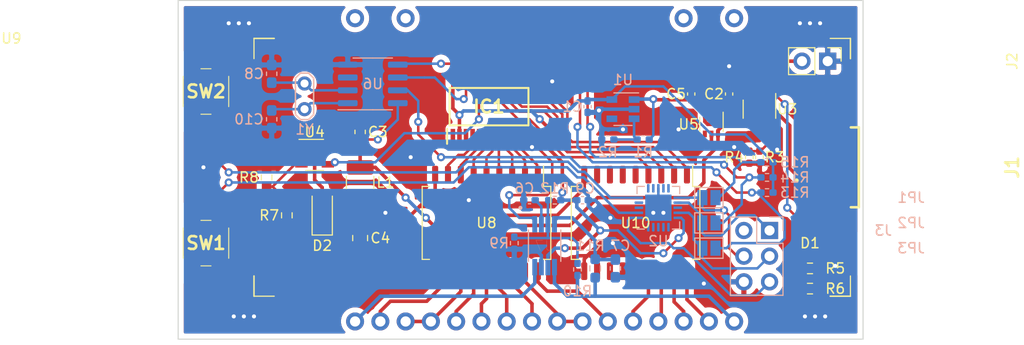
<source format=kicad_pcb>
(kicad_pcb (version 20171130) (host pcbnew "(5.1.9)-1")
  (layers (0 F.Cu signal) (31 B.Cu signal) (34 B.Paste user) (35 F.Paste user) (36 B.SilkS user) (37 F.SilkS user) (38 B.Mask user) (39 F.Mask user) (44 Edge.Cuts user))
  (net 0 "")
  (net 1 +2V8)
  (net 2 GND)
  (net 3 /VBAT)
  (net 4 VCC)
  (net 5 +24V)
  (net 6 "Net-(C6-Pad1)")
  (net 7 "Net-(C7-Pad1)")
  (net 8 "Net-(C8-Pad2)")
  (net 9 "Net-(C10-Pad1)")
  (net 10 "Net-(D1-Pad2)")
  (net 11 "Net-(D1-Pad3)")
  (net 12 "Net-(D2-Pad2)")
  (net 13 "Net-(IC1-Pad1)")
  (net 14 "Net-(IC1-Pad3)")
  (net 15 "Net-(IC1-Pad4)")
  (net 16 "Net-(IC1-Pad5)")
  (net 17 "Net-(IC1-Pad6)")
  (net 18 "Net-(IC1-Pad7)")
  (net 19 "Net-(IC1-Pad8)")
  (net 20 "Net-(IC1-Pad9)")
  (net 21 "Net-(IC1-Pad10)")
  (net 22 "Net-(IC1-Pad11)")
  (net 23 "Net-(IC1-Pad13)")
  (net 24 "Net-(IC1-Pad14)")
  (net 25 "Net-(IC1-Pad15)")
  (net 26 "Net-(IC1-Pad16)")
  (net 27 "Net-(IC1-Pad17)")
  (net 28 "Net-(IC1-Pad18)")
  (net 29 HEATEN)
  (net 30 HVEN)
  (net 31 SCL)
  (net 32 SDA)
  (net 33 "Net-(J1-Pad2)")
  (net 34 "Net-(J1-Pad3)")
  (net 35 "Net-(J1-Pad4)")
  (net 36 MISO)
  (net 37 "Net-(J3-Pad2)")
  (net 38 SCK)
  (net 39 MOSI)
  (net 40 RST)
  (net 41 INT)
  (net 42 "Net-(R1-Pad2)")
  (net 43 "Net-(R3-Pad1)")
  (net 44 "Net-(R5-Pad1)")
  (net 45 "Net-(R7-Pad2)")
  (net 46 "Net-(R10-Pad2)")
  (net 47 HEAT+)
  (net 48 "Net-(SW1-Pad2)")
  (net 49 "Net-(SW2-Pad2)")
  (net 50 "Net-(U1-Pad4)")
  (net 51 "Net-(U2-Pad3)")
  (net 52 "Net-(U2-Pad4)")
  (net 53 "Net-(U2-Pad6)")
  (net 54 "Net-(U2-Pad7)")
  (net 55 "Net-(U2-Pad9)")
  (net 56 "Net-(U2-Pad10)")
  (net 57 "Net-(U2-Pad13)")
  (net 58 "Net-(U2-Pad16)")
  (net 59 "Net-(U2-Pad17)")
  (net 60 "Net-(U2-Pad18)")
  (net 61 "Net-(U2-Pad19)")
  (net 62 "Net-(U2-Pad20)")
  (net 63 "Net-(U5-Pad4)")
  (net 64 "Net-(U6-Pad3)")
  (net 65 HEAT-)
  (net 66 "Net-(U8-Pad11)")
  (net 67 "Net-(U8-Pad12)")
  (net 68 "Net-(U8-Pad13)")
  (net 69 "Net-(U8-Pad14)")
  (net 70 "Net-(U8-Pad15)")
  (net 71 "Net-(U8-Pad16)")
  (net 72 "Net-(U8-Pad17)")
  (net 73 "Net-(U8-Pad18)")
  (net 74 "Net-(U10-Pad18)")
  (net 75 "Net-(U10-Pad17)")
  (net 76 "Net-(U10-Pad16)")
  (net 77 "Net-(U10-Pad15)")
  (net 78 "Net-(U9-Pad17)")
  (net 79 "Net-(U9-Pad22)")
  (net 80 "Net-(U9-Pad23)")
  (net 81 "Net-(U9-Pad18)")
  (net 82 "Net-(U10-Pad14)")
  (net 83 "Net-(U10-Pad13)")
  (net 84 "Net-(U10-Pad12)")
  (net 85 "Net-(U10-Pad11)")
  (net 86 "Net-(U10-Pad8)")
  (net 87 "Net-(U10-Pad7)")
  (net 88 "Net-(U10-Pad6)")
  (net 89 "Net-(U10-Pad5)")
  (module Resistor_SMD:R_0402_1005Metric_Pad0.72x0.64mm_HandSolder (layer B.Cu) (at 165 64.75 180)
    (fp_text reference R1 (at 0 -1.25) (layer B.SilkS) (effects (justify mirror)))
    (fp_text value 15k)
    (pad 2 smd roundrect (at 0.5975 0 180) (size 0.715 0.64) (layers B.Cu B.Paste B.Mask) (net 42 "Net-(R1-Pad2)"))
    (pad 1 smd roundrect (at -0.5975 0 180) (size 0.715 0.64) (layers B.Cu B.Paste B.Mask) (net 4 VCC))
  )
  (module vfd_watch:101181920001LF (layer F.Cu) (at 183.25 67.5 90)
    (fp_text reference J1 (at 0 18.25 90) (layer F.SilkS) (effects (font (size 1.27 1.27) (thickness 0.254))))
    (fp_text value USB_B_Micro hide)
    (pad 1 smd rect (at -1.3 -1.682 90) (size 0.4 1.35) (layers F.Cu F.Paste F.Mask) (net 4 VCC))
    (pad 2 smd rect (at -0.65 -1.682 90) (size 0.4 1.35) (layers F.Cu F.Paste F.Mask) (net 33 "Net-(J1-Pad2)"))
    (pad 3 smd rect (at 0 -1.682 90) (size 0.4 1.35) (layers F.Cu F.Paste F.Mask) (net 34 "Net-(J1-Pad3)"))
    (pad 4 smd rect (at 0.65 -1.682 90) (size 0.4 1.35) (layers F.Cu F.Paste F.Mask) (net 35 "Net-(J1-Pad4)"))
    (pad 5 smd rect (at 1.3 -1.682 90) (size 0.4 1.35) (layers F.Cu F.Paste F.Mask) (net 2 GND))
    (pad 6 smd rect (at -3.8 0.993 180) (size 1.9 1.9) (layers F.Cu F.Paste F.Mask) (net 2 GND))
    (pad 6 smd rect (at 3.8 0.993 180) (size 1.9 1.9) (layers F.Cu F.Paste F.Mask) (net 2 GND))
  )
  (module ivl2:IVL2-7_5-CUTPINS (layer F.Cu) (at 126.5 54.75)
    (fp_text reference U9 (at -24 0) (layer F.SilkS))
    (fp_text value IVL2-5_7-CUTPINS)
    (pad 1 thru_hole circle (at 10 28) (size 1.778 1.778) (drill 1.016) (layers *.Cu *.Mask) (net 47 HEAT+))
    (pad 2 thru_hole circle (at 12.5 28) (size 1.778 1.778) (drill 1.016) (layers *.Cu *.Mask) (net 66 "Net-(U8-Pad11)"))
    (pad 3 thru_hole circle (at 15 28) (size 1.778 1.778) (drill 1.016) (layers *.Cu *.Mask) (net 67 "Net-(U8-Pad12)"))
    (pad 4 thru_hole circle (at 17.5 28) (size 1.778 1.778) (drill 1.016) (layers *.Cu *.Mask) (net 67 "Net-(U8-Pad12)"))
    (pad 5 thru_hole circle (at 20 28) (size 1.778 1.778) (drill 1.016) (layers *.Cu *.Mask) (net 68 "Net-(U8-Pad13)"))
    (pad 6 thru_hole circle (at 22.5 28) (size 1.778 1.778) (drill 1.016) (layers *.Cu *.Mask) (net 69 "Net-(U8-Pad14)"))
    (pad 7 thru_hole circle (at 25 28) (size 1.778 1.778) (drill 1.016) (layers *.Cu *.Mask) (net 70 "Net-(U8-Pad15)"))
    (pad 8 thru_hole circle (at 27.5 28) (size 1.778 1.778) (drill 1.016) (layers *.Cu *.Mask) (net 71 "Net-(U8-Pad16)"))
    (pad 9 thru_hole circle (at 30 28) (size 1.778 1.778) (drill 1.016) (layers *.Cu *.Mask) (net 72 "Net-(U8-Pad17)"))
    (pad 10 thru_hole circle (at 32.5 28) (size 1.778 1.778) (drill 1.016) (layers *.Cu *.Mask) (net 72 "Net-(U8-Pad17)"))
    (pad 11 thru_hole circle (at 35 28) (size 1.778 1.778) (drill 1.016) (layers *.Cu *.Mask) (net 73 "Net-(U8-Pad18)"))
    (pad 12 thru_hole circle (at 37.5 28) (size 1.778 1.778) (drill 1.016) (layers *.Cu *.Mask) (net 77 "Net-(U10-Pad15)"))
    (pad 13 thru_hole circle (at 40 28) (size 1.778 1.778) (drill 1.016) (layers *.Cu *.Mask) (net 76 "Net-(U10-Pad16)"))
    (pad 14 thru_hole circle (at 42.5 28) (size 1.778 1.778) (drill 1.016) (layers *.Cu *.Mask) (net 75 "Net-(U10-Pad17)"))
    (pad 15 thru_hole circle (at 45 28) (size 1.778 1.778) (drill 1.016) (layers *.Cu *.Mask) (net 74 "Net-(U10-Pad18)"))
    (pad 16 thru_hole circle (at 47.5 28) (size 1.778 1.778) (drill 1.016) (layers *.Cu *.Mask) (net 65 HEAT-))
    (pad 17 thru_hole circle (at 47.5 -2) (size 1.778 1.778) (drill 1.016) (layers *.Cu *.Mask) (net 78 "Net-(U9-Pad17)"))
    (pad 22 thru_hole circle (at 15 -2) (size 1.778 1.778) (drill 1.016) (layers *.Cu *.Mask) (net 79 "Net-(U9-Pad22)"))
    (pad 23 thru_hole circle (at 10 -2) (size 1.778 1.778) (drill 1.016) (layers *.Cu *.Mask) (net 80 "Net-(U9-Pad23)"))
    (pad 18 thru_hole circle (at 42.5 -2) (size 1.778 1.778) (drill 1.016) (layers *.Cu *.Mask) (net 81 "Net-(U9-Pad18)"))
  )
  (module Capacitor_SMD:C_0402_1005Metric_Pad0.74x0.62mm_HandSolder (layer B.Cu) (at 159.5 61.5 270)
    (fp_text reference C1 (at 0 1.5 180) (layer B.SilkS) (effects (justify mirror)))
    (fp_text value 1uf)
    (pad 1 smd roundrect (at -0.5675 0 270) (size 0.735 0.62) (layers B.Cu B.Paste B.Mask) (net 1 +2V8))
    (pad 2 smd roundrect (at 0.5675 0 270) (size 0.735 0.62) (layers B.Cu B.Paste B.Mask) (net 2 GND))
  )
  (module Capacitor_SMD:C_0402_1005Metric_Pad0.74x0.62mm_HandSolder (layer F.Cu) (at 173.5 60.25 270)
    (fp_text reference C2 (at 0 1.5 180) (layer F.SilkS))
    (fp_text value 1uf)
    (pad 2 smd roundrect (at 0.5675 0 270) (size 0.735 0.62) (layers F.Cu F.Paste F.Mask) (net 3 /VBAT))
    (pad 1 smd roundrect (at -0.5675 0 270) (size 0.735 0.62) (layers F.Cu F.Paste F.Mask) (net 2 GND))
  )
  (module Capacitor_SMD:C_0603_1608Metric_Pad1.05x0.95mm_HandSolder (layer F.Cu) (at 137 64 90)
    (fp_text reference C3 (at 0 1.75 180) (layer F.SilkS))
    (fp_text value 2.2uf)
    (pad 2 smd roundrect (at 0.875 0 90) (size 1.05 0.95) (layers F.Cu F.Paste F.Mask) (net 2 GND))
    (pad 1 smd roundrect (at -0.875 0 90) (size 1.05 0.95) (layers F.Cu F.Paste F.Mask) (net 4 VCC))
  )
  (module Capacitor_SMD:C_0805_2012Metric (layer F.Cu) (at 137 74.5 270)
    (fp_text reference C4 (at 0 -2 180) (layer F.SilkS))
    (fp_text value 4.7uf)
    (pad 1 smd roundrect (at -0.95 0 270) (size 1 1.45) (layers F.Cu F.Paste F.Mask) (net 5 +24V))
    (pad 2 smd roundrect (at 0.95 0 270) (size 1 1.45) (layers F.Cu F.Paste F.Mask) (net 2 GND))
  )
  (module Capacitor_SMD:C_0402_1005Metric_Pad0.74x0.62mm_HandSolder (layer F.Cu) (at 169.75 60.25 270)
    (fp_text reference C5 (at 0 1.5 180) (layer F.SilkS))
    (fp_text value 1uf)
    (pad 1 smd roundrect (at -0.5675 0 270) (size 0.735 0.62) (layers F.Cu F.Paste F.Mask) (net 2 GND))
    (pad 2 smd roundrect (at 0.5675 0 270) (size 0.735 0.62) (layers F.Cu F.Paste F.Mask) (net 4 VCC))
  )
  (module Capacitor_SMD:C_0402_1005Metric_Pad0.74x0.62mm_HandSolder (layer B.Cu) (at 153.75 70.75 180)
    (fp_text reference C6 (at 0.5 1.16) (layer B.SilkS) (effects (justify mirror)))
    (fp_text value 1uf)
    (pad 2 smd roundrect (at 0.5675 0 180) (size 0.735 0.62) (layers B.Cu B.Paste B.Mask) (net 2 GND))
    (pad 1 smd roundrect (at -0.5675 0 180) (size 0.735 0.62) (layers B.Cu B.Paste B.Mask) (net 6 "Net-(C6-Pad1)"))
  )
  (module Capacitor_SMD:C_0603_1608Metric_Pad1.05x0.95mm_HandSolder (layer B.Cu) (at 162.25 77.5 270)
    (fp_text reference C7 (at -2.25 -0.5 180) (layer B.SilkS) (effects (justify mirror)))
    (fp_text value 10nf)
    (pad 1 smd roundrect (at -0.875 0 270) (size 1.05 0.95) (layers B.Cu B.Paste B.Mask) (net 7 "Net-(C7-Pad1)"))
    (pad 2 smd roundrect (at 0.875 0 270) (size 1.05 0.95) (layers B.Cu B.Paste B.Mask) (net 2 GND))
  )
  (module Capacitor_SMD:C_0603_1608Metric_Pad1.05x0.95mm_HandSolder (layer B.Cu) (at 128.249998 58.250002 270)
    (fp_text reference C8 (at -0.000002 1.749998) (layer B.SilkS) (effects (justify mirror)))
    (fp_text value 6.5pf)
    (pad 1 smd roundrect (at -0.875 0 270) (size 1.05 0.95) (layers B.Cu B.Paste B.Mask) (net 2 GND))
    (pad 2 smd roundrect (at 0.875 0 270) (size 1.05 0.95) (layers B.Cu B.Paste B.Mask) (net 8 "Net-(C8-Pad2)"))
  )
  (module Capacitor_SMD:C_0402_1005Metric_Pad0.74x0.62mm_HandSolder (layer B.Cu) (at 159 70.75 180)
    (fp_text reference C9 (at -0.25 1.16) (layer B.SilkS) (effects (justify mirror)))
    (fp_text value 1uf)
    (pad 1 smd roundrect (at -0.5675 0 180) (size 0.735 0.62) (layers B.Cu B.Paste B.Mask) (net 2 GND))
    (pad 2 smd roundrect (at 0.5675 0 180) (size 0.735 0.62) (layers B.Cu B.Paste B.Mask) (net 1 +2V8))
  )
  (module Capacitor_SMD:C_0603_1608Metric_Pad1.05x0.95mm_HandSolder (layer B.Cu) (at 128.25 62.75 270)
    (fp_text reference C10 (at 0 2.25) (layer B.SilkS) (effects (justify mirror)))
    (fp_text value 6.5pf)
    (pad 2 smd roundrect (at 0.875 0 270) (size 1.05 0.95) (layers B.Cu B.Paste B.Mask) (net 2 GND))
    (pad 1 smd roundrect (at -0.875 0 270) (size 1.05 0.95) (layers B.Cu B.Paste B.Mask) (net 9 "Net-(C10-Pad1)"))
  )
  (module vfd_watch:1616LED (layer F.Cu) (at 184 75 180)
    (fp_text reference D1 (at 2.5 0) (layer F.SilkS))
    (fp_text value LED_Dual_AACC)
    (pad 1 smd rect (at 0.9 0.475 180) (size 1.2 0.65) (layers F.Cu F.Paste F.Mask) (net 4 VCC))
    (pad 2 smd rect (at 0.9 -0.475 180) (size 1.2 0.65) (layers F.Cu F.Paste F.Mask) (net 10 "Net-(D1-Pad2)"))
    (pad 4 smd rect (at -0.9 -0.475 180) (size 1.2 0.65) (layers F.Cu F.Paste F.Mask) (net 2 GND))
    (pad 3 smd rect (at -0.9 0.475 180) (size 1.2 0.65) (layers F.Cu F.Paste F.Mask) (net 11 "Net-(D1-Pad3)"))
  )
  (module Diode_SMD:D_SOD-123F (layer F.Cu) (at 133.25 72 90)
    (fp_text reference D2 (at -3.25 0 180) (layer F.SilkS))
    (fp_text value D_Schottky)
    (pad 1 smd rect (at -1.4 0 90) (size 1.1 1.1) (layers F.Cu F.Paste F.Mask) (net 5 +24V))
    (pad 2 smd rect (at 1.4 0 90) (size 1.1 1.1) (layers F.Cu F.Paste F.Mask) (net 12 "Net-(D2-Pad2)"))
  )
  (module vfd_watch:SOP65P640X110-24N (layer F.Cu) (at 149.75 61.5 90)
    (fp_text reference IC1 (at 0 0 180) (layer F.SilkS) (effects (font (size 1.27 1.27) (thickness 0.254))))
    (fp_text value PCAL6416APW,118 hide)
    (pad 1 smd rect (at -2.938 -3.575 180) (size 0.45 1.475) (layers F.Cu F.Paste F.Mask) (net 13 "Net-(IC1-Pad1)"))
    (pad 2 smd rect (at -2.938 -2.925 180) (size 0.45 1.475) (layers F.Cu F.Paste F.Mask) (net 1 +2V8))
    (pad 3 smd rect (at -2.938 -2.275 180) (size 0.45 1.475) (layers F.Cu F.Paste F.Mask) (net 14 "Net-(IC1-Pad3)"))
    (pad 4 smd rect (at -2.938 -1.625 180) (size 0.45 1.475) (layers F.Cu F.Paste F.Mask) (net 15 "Net-(IC1-Pad4)"))
    (pad 5 smd rect (at -2.938 -0.975 180) (size 0.45 1.475) (layers F.Cu F.Paste F.Mask) (net 16 "Net-(IC1-Pad5)"))
    (pad 6 smd rect (at -2.938 -0.325 180) (size 0.45 1.475) (layers F.Cu F.Paste F.Mask) (net 17 "Net-(IC1-Pad6)"))
    (pad 7 smd rect (at -2.938 0.325 180) (size 0.45 1.475) (layers F.Cu F.Paste F.Mask) (net 18 "Net-(IC1-Pad7)"))
    (pad 8 smd rect (at -2.938 0.975 180) (size 0.45 1.475) (layers F.Cu F.Paste F.Mask) (net 19 "Net-(IC1-Pad8)"))
    (pad 9 smd rect (at -2.938 1.625 180) (size 0.45 1.475) (layers F.Cu F.Paste F.Mask) (net 20 "Net-(IC1-Pad9)"))
    (pad 10 smd rect (at -2.938 2.275 180) (size 0.45 1.475) (layers F.Cu F.Paste F.Mask) (net 21 "Net-(IC1-Pad10)"))
    (pad 11 smd rect (at -2.938 2.925 180) (size 0.45 1.475) (layers F.Cu F.Paste F.Mask) (net 22 "Net-(IC1-Pad11)"))
    (pad 12 smd rect (at -2.938 3.575 180) (size 0.45 1.475) (layers F.Cu F.Paste F.Mask) (net 2 GND))
    (pad 13 smd rect (at 2.938 3.575 180) (size 0.45 1.475) (layers F.Cu F.Paste F.Mask) (net 23 "Net-(IC1-Pad13)"))
    (pad 14 smd rect (at 2.938 2.925 180) (size 0.45 1.475) (layers F.Cu F.Paste F.Mask) (net 24 "Net-(IC1-Pad14)"))
    (pad 15 smd rect (at 2.938 2.275 180) (size 0.45 1.475) (layers F.Cu F.Paste F.Mask) (net 25 "Net-(IC1-Pad15)"))
    (pad 16 smd rect (at 2.938 1.625 180) (size 0.45 1.475) (layers F.Cu F.Paste F.Mask) (net 26 "Net-(IC1-Pad16)"))
    (pad 17 smd rect (at 2.938 0.975 180) (size 0.45 1.475) (layers F.Cu F.Paste F.Mask) (net 27 "Net-(IC1-Pad17)"))
    (pad 18 smd rect (at 2.938 0.325 180) (size 0.45 1.475) (layers F.Cu F.Paste F.Mask) (net 28 "Net-(IC1-Pad18)"))
    (pad 19 smd rect (at 2.938 -0.325 180) (size 0.45 1.475) (layers F.Cu F.Paste F.Mask) (net 29 HEATEN))
    (pad 20 smd rect (at 2.938 -0.975 180) (size 0.45 1.475) (layers F.Cu F.Paste F.Mask) (net 30 HVEN))
    (pad 21 smd rect (at 2.938 -1.625 180) (size 0.45 1.475) (layers F.Cu F.Paste F.Mask) (net 2 GND))
    (pad 22 smd rect (at 2.938 -2.275 180) (size 0.45 1.475) (layers F.Cu F.Paste F.Mask) (net 31 SCL))
    (pad 23 smd rect (at 2.938 -2.925 180) (size 0.45 1.475) (layers F.Cu F.Paste F.Mask) (net 32 SDA))
    (pad 24 smd rect (at 2.938 -3.575 180) (size 0.45 1.475) (layers F.Cu F.Paste F.Mask) (net 1 +2V8))
  )
  (module Connector_PinHeader_2.54mm:PinHeader_1x02_P2.54mm_Vertical (layer F.Cu) (at 183.25 57 270)
    (fp_text reference J2 (at 0 -18.25 90) (layer F.SilkS))
    (fp_text value Batt)
    (pad 1 thru_hole rect (at 0 0 270) (size 1.7 1.7) (drill 1) (layers *.Cu *.Mask) (net 2 GND))
    (pad 2 thru_hole oval (at 0 2.54 270) (size 1.7 1.7) (drill 1) (layers *.Cu *.Mask) (net 3 /VBAT))
  )
  (module Connector_PinHeader_2.54mm:PinHeader_2x03_P2.54mm_Vertical (layer B.Cu) (at 177.5 73.75 180)
    (fp_text reference J3 (at -11.25 0 180) (layer B.SilkS) (effects (justify mirror)))
    (fp_text value AVR-ISP-6)
    (pad 1 thru_hole rect (at 0 0 180) (size 1.7 1.7) (drill 1) (layers *.Cu *.Mask) (net 36 MISO))
    (pad 2 thru_hole oval (at 2.54 0 180) (size 1.7 1.7) (drill 1) (layers *.Cu *.Mask) (net 37 "Net-(J3-Pad2)"))
    (pad 3 thru_hole oval (at 0 -2.54 180) (size 1.7 1.7) (drill 1) (layers *.Cu *.Mask) (net 38 SCK))
    (pad 4 thru_hole oval (at 2.54 -2.54 180) (size 1.7 1.7) (drill 1) (layers *.Cu *.Mask) (net 39 MOSI))
    (pad 5 thru_hole oval (at 0 -5.08 180) (size 1.7 1.7) (drill 1) (layers *.Cu *.Mask) (net 40 RST))
    (pad 6 thru_hole oval (at 2.54 -5.08 180) (size 1.7 1.7) (drill 1) (layers *.Cu *.Mask) (net 2 GND))
  )
  (module Jumper:SolderJumper-2_P1.3mm_Open_Pad1.0x1.5mm (layer B.Cu) (at 171.5 70.500001)
    (fp_text reference JP1 (at 20 -0.000001) (layer B.SilkS) (effects (justify mirror)))
    (fp_text value SolderJumper_2_Open)
    (pad 2 smd rect (at 0.65 0) (size 1 1.5) (layers B.Cu B.Mask) (net 32 SDA))
    (pad 1 smd rect (at -0.65 0) (size 1 1.5) (layers B.Cu B.Mask) (net 39 MOSI))
  )
  (module Jumper:SolderJumper-2_P1.3mm_Open_Pad1.0x1.5mm (layer B.Cu) (at 171.499998 73.000003)
    (fp_text reference JP2 (at 20.000002 -0.000003) (layer B.SilkS) (effects (justify mirror)))
    (fp_text value SolderJumper_2_Open)
    (pad 1 smd rect (at -0.65 0) (size 1 1.5) (layers B.Cu B.Mask) (net 36 MISO))
    (pad 2 smd rect (at 0.65 0) (size 1 1.5) (layers B.Cu B.Mask) (net 31 SCL))
  )
  (module Jumper:SolderJumper-2_P1.3mm_Open_Pad1.0x1.5mm (layer B.Cu) (at 171.5 75.500001)
    (fp_text reference JP3 (at 20 -0.000001) (layer B.SilkS) (effects (justify mirror)))
    (fp_text value SolderJumper_2_Open)
    (pad 2 smd rect (at 0.65 0) (size 1 1.5) (layers B.Cu B.Mask) (net 41 INT))
    (pad 1 smd rect (at -0.65 0) (size 1 1.5) (layers B.Cu B.Mask) (net 38 SCK))
  )
  (module Inductor_SMD:L_1210_3225Metric_Pad1.42x2.65mm_HandSolder (layer F.Cu) (at 137 69 270)
    (fp_text reference L1 (at 0 -2.5 180) (layer F.SilkS))
    (fp_text value 10uh)
    (pad 1 smd roundrect (at -1.4875 0 270) (size 1.425 2.65) (layers F.Cu F.Paste F.Mask) (roundrect_rratio 0.175439) (net 4 VCC))
    (pad 2 smd roundrect (at 1.4875 0 270) (size 1.425 2.65) (layers F.Cu F.Paste F.Mask) (roundrect_rratio 0.175439) (net 12 "Net-(D2-Pad2)"))
  )
  (module Resistor_SMD:R_0402_1005Metric_Pad0.72x0.64mm_HandSolder (layer B.Cu) (at 161.5 64.75 180)
    (fp_text reference R2 (at 0 -1.25) (layer B.SilkS) (effects (justify mirror)))
    (fp_text value 10k)
    (pad 2 smd roundrect (at 0.5975 0 180) (size 0.715 0.64) (layers B.Cu B.Paste B.Mask) (net 2 GND))
    (pad 1 smd roundrect (at -0.5975 0 180) (size 0.715 0.64) (layers B.Cu B.Paste B.Mask) (net 42 "Net-(R1-Pad2)"))
  )
  (module Resistor_SMD:R_0402_1005Metric_Pad0.72x0.64mm_HandSolder (layer F.Cu) (at 176.5 66.5 270)
    (fp_text reference R3 (at 0 -1.5 180) (layer F.SilkS))
    (fp_text value 10k)
    (pad 1 smd roundrect (at -0.5975 0 270) (size 0.715 0.64) (layers F.Cu F.Paste F.Mask) (net 43 "Net-(R3-Pad1)"))
    (pad 2 smd roundrect (at 0.5975 0 270) (size 0.715 0.64) (layers F.Cu F.Paste F.Mask) (net 2 GND))
  )
  (module Resistor_SMD:R_0402_1005Metric_Pad0.72x0.64mm_HandSolder (layer F.Cu) (at 175.5 66.5 90)
    (fp_text reference R4 (at 0 -1.5 180) (layer F.SilkS))
    (fp_text value 10k)
    (pad 2 smd roundrect (at 0.5975 0 90) (size 0.715 0.64) (layers F.Cu F.Paste F.Mask) (net 43 "Net-(R3-Pad1)"))
    (pad 1 smd roundrect (at -0.5975 0 90) (size 0.715 0.64) (layers F.Cu F.Paste F.Mask) (net 2 GND))
  )
  (module Resistor_SMD:R_0603_1608Metric_Pad0.98x0.95mm_HandSolder (layer F.Cu) (at 181.5 77.5)
    (fp_text reference R5 (at 2.5 0) (layer F.SilkS))
    (fp_text value 330)
    (pad 1 smd roundrect (at -0.9125 0) (size 0.975 0.95) (layers F.Cu F.Paste F.Mask) (net 44 "Net-(R5-Pad1)"))
    (pad 2 smd roundrect (at 0.9125 0) (size 0.975 0.95) (layers F.Cu F.Paste F.Mask) (net 10 "Net-(D1-Pad2)"))
  )
  (module Resistor_SMD:R_0603_1608Metric_Pad0.98x0.95mm_HandSolder (layer F.Cu) (at 181.5 79.5 180)
    (fp_text reference R6 (at -2.5 0) (layer F.SilkS))
    (fp_text value 330)
    (pad 2 smd roundrect (at 0.9125 0 180) (size 0.975 0.95) (layers F.Cu F.Paste F.Mask) (net 44 "Net-(R5-Pad1)"))
    (pad 1 smd roundrect (at -0.9125 0 180) (size 0.975 0.95) (layers F.Cu F.Paste F.Mask) (net 11 "Net-(D1-Pad3)"))
  )
  (module Resistor_SMD:R_0603_1608Metric_Pad0.98x0.95mm_HandSolder (layer F.Cu) (at 129.75 72.25 90)
    (fp_text reference R7 (at 0 -1.75 180) (layer F.SilkS))
    (fp_text value 18.2k)
    (pad 1 smd roundrect (at -0.9125 0 90) (size 0.975 0.95) (layers F.Cu F.Paste F.Mask) (net 5 +24V))
    (pad 2 smd roundrect (at 0.9125 0 90) (size 0.975 0.95) (layers F.Cu F.Paste F.Mask) (net 45 "Net-(R7-Pad2)"))
  )
  (module Resistor_SMD:R_0603_1608Metric_Pad0.98x0.95mm_HandSolder (layer F.Cu) (at 127.75 68.5 90)
    (fp_text reference R8 (at 0 -1.75 180) (layer F.SilkS))
    (fp_text value 1k)
    (pad 2 smd roundrect (at 0.9125 0 90) (size 0.975 0.95) (layers F.Cu F.Paste F.Mask) (net 2 GND))
    (pad 1 smd roundrect (at -0.9125 0 90) (size 0.975 0.95) (layers F.Cu F.Paste F.Mask) (net 45 "Net-(R7-Pad2)"))
  )
  (module Resistor_SMD:R_0402_1005Metric_Pad0.72x0.64mm_HandSolder (layer B.Cu) (at 152.25 75 270)
    (fp_text reference R9 (at 0 1.5 180) (layer B.SilkS) (effects (justify mirror)))
    (fp_text value 10k)
    (pad 1 smd roundrect (at -0.5975 0 270) (size 0.715 0.64) (layers B.Cu B.Paste B.Mask) (net 46 "Net-(R10-Pad2)"))
    (pad 2 smd roundrect (at 0.5975 0 270) (size 0.715 0.64) (layers B.Cu B.Paste B.Mask) (net 2 GND))
  )
  (module Resistor_SMD:R_0402_1005Metric_Pad0.72x0.64mm_HandSolder (layer B.Cu) (at 158.5 77.5975 90)
    (fp_text reference R10 (at -2.1525 0 180) (layer B.SilkS) (effects (justify mirror)))
    (fp_text value 10k)
    (pad 2 smd roundrect (at 0.5975 0 90) (size 0.715 0.64) (layers B.Cu B.Paste B.Mask) (net 46 "Net-(R10-Pad2)"))
    (pad 1 smd roundrect (at -0.5975 0 90) (size 0.715 0.64) (layers B.Cu B.Paste B.Mask) (net 65 HEAT-))
  )
  (module Resistor_SMD:R_0603_1608Metric_Pad0.98x0.95mm_HandSolder (layer B.Cu) (at 160.25 77.5 270)
    (fp_text reference R11 (at -2.25 0.5 180) (layer B.SilkS) (effects (justify mirror)))
    (fp_text value 2.2k)
    (pad 1 smd roundrect (at -0.9125 0 270) (size 0.975 0.95) (layers B.Cu B.Paste B.Mask) (net 7 "Net-(C7-Pad1)"))
    (pad 2 smd roundrect (at 0.9125 0 270) (size 0.975 0.95) (layers B.Cu B.Paste B.Mask) (net 65 HEAT-))
  )
  (module Resistor_SMD:R_0402_1005Metric_Pad0.72x0.64mm_HandSolder (layer B.Cu) (at 156.25 70.75 180)
    (fp_text reference R12 (at 0 1.17) (layer B.SilkS) (effects (justify mirror)))
    (fp_text value 10k)
    (pad 1 smd roundrect (at -0.5975 0 180) (size 0.715 0.64) (layers B.Cu B.Paste B.Mask) (net 1 +2V8))
    (pad 2 smd roundrect (at 0.5975 0 180) (size 0.715 0.64) (layers B.Cu B.Paste B.Mask) (net 46 "Net-(R10-Pad2)"))
  )
  (module Resistor_SMD:R_0402_1005Metric_Pad0.72x0.64mm_HandSolder (layer B.Cu) (at 177.25 70 180)
    (fp_text reference R13 (at -2.75 0) (layer B.SilkS) (effects (justify mirror)))
    (fp_text value 10k)
    (pad 1 smd roundrect (at -0.5975 0 180) (size 0.715 0.64) (layers B.Cu B.Paste B.Mask) (net 1 +2V8))
    (pad 2 smd roundrect (at 0.5975 0 180) (size 0.715 0.64) (layers B.Cu B.Paste B.Mask) (net 41 INT))
  )
  (module Resistor_SMD:R_0402_1005Metric_Pad0.72x0.64mm_HandSolder (layer B.Cu) (at 177.249998 68.500001 180)
    (fp_text reference R14 (at -2.750002 0) (layer B.SilkS) (effects (justify mirror)))
    (fp_text value 10k)
    (pad 2 smd roundrect (at 0.5975 0 180) (size 0.715 0.64) (layers B.Cu B.Paste B.Mask) (net 31 SCL))
    (pad 1 smd roundrect (at -0.5975 0 180) (size 0.715 0.64) (layers B.Cu B.Paste B.Mask) (net 1 +2V8))
  )
  (module Resistor_SMD:R_0402_1005Metric_Pad0.72x0.64mm_HandSolder (layer B.Cu) (at 177.250002 67 180)
    (fp_text reference R15 (at -2.749998 0) (layer B.SilkS) (effects (justify mirror)))
    (fp_text value 10k)
    (pad 1 smd roundrect (at -0.5975 0 180) (size 0.715 0.64) (layers B.Cu B.Paste B.Mask) (net 1 +2V8))
    (pad 2 smd roundrect (at 0.5975 0 180) (size 0.715 0.64) (layers B.Cu B.Paste B.Mask) (net 32 SDA))
  )
  (module vfd_watch:PTS647SM50SMTR2LFS (layer F.Cu) (at 121.75 75 90)
    (fp_text reference SW1 (at 0 0 180) (layer F.SilkS) (effects (font (size 1.27 1.27) (thickness 0.254))))
    (fp_text value SW_Push_Dual hide)
    (pad 2 smd rect (at 2.625 -1.6 180) (size 1 1.55) (layers F.Cu F.Paste F.Mask) (net 48 "Net-(SW1-Pad2)"))
    (pad 4 smd rect (at 2.625 1.6 180) (size 1 1.55) (layers F.Cu F.Paste F.Mask) (net 48 "Net-(SW1-Pad2)"))
    (pad 3 smd rect (at -2.625 1.6 180) (size 1 1.55) (layers F.Cu F.Paste F.Mask) (net 2 GND))
    (pad 1 smd rect (at -2.625 -1.6 180) (size 1 1.55) (layers F.Cu F.Paste F.Mask) (net 2 GND))
  )
  (module vfd_watch:PTS647SM50SMTR2LFS (layer F.Cu) (at 121.75 60 270)
    (fp_text reference SW2 (at 0 0 180) (layer F.SilkS) (effects (font (size 1.27 1.27) (thickness 0.254))))
    (fp_text value SW_Push_Dual hide)
    (pad 1 smd rect (at -2.625 -1.6) (size 1 1.55) (layers F.Cu F.Paste F.Mask) (net 2 GND))
    (pad 3 smd rect (at -2.625 1.6) (size 1 1.55) (layers F.Cu F.Paste F.Mask) (net 2 GND))
    (pad 4 smd rect (at 2.625 1.6) (size 1 1.55) (layers F.Cu F.Paste F.Mask) (net 49 "Net-(SW2-Pad2)"))
    (pad 2 smd rect (at 2.625 -1.6) (size 1 1.55) (layers F.Cu F.Paste F.Mask) (net 49 "Net-(SW2-Pad2)"))
  )
  (module Package_TO_SOT_SMD:SOT-23-5 (layer B.Cu) (at 163 61.75 180)
    (fp_text reference U1 (at 0 2.9) (layer B.SilkS) (effects (justify mirror)))
    (fp_text value MIC5504-2.8YM5)
    (pad 1 smd rect (at -1.1 0.95 180) (size 1.06 0.65) (layers B.Cu B.Paste B.Mask) (net 4 VCC))
    (pad 2 smd rect (at -1.1 0 180) (size 1.06 0.65) (layers B.Cu B.Paste B.Mask) (net 2 GND))
    (pad 3 smd rect (at -1.1 -0.95 180) (size 1.06 0.65) (layers B.Cu B.Paste B.Mask) (net 42 "Net-(R1-Pad2)"))
    (pad 4 smd rect (at 1.1 -0.95 180) (size 1.06 0.65) (layers B.Cu B.Paste B.Mask) (net 50 "Net-(U1-Pad4)"))
    (pad 5 smd rect (at 1.1 0.95 180) (size 1.06 0.65) (layers B.Cu B.Paste B.Mask) (net 1 +2V8))
  )
  (module Package_DFN_QFN:QFN-20-1EP_4x4mm_P0.5mm_EP2.6x2.6mm (layer B.Cu) (at 166.499998 71.499997)
    (fp_text reference U2 (at 0 3.3) (layer B.SilkS) (effects (justify mirror)))
    (fp_text value ATtiny13A-MU)
    (pad 1 smd roundrect (at -1.925 1) (size 0.85 0.25) (layers B.Cu B.Paste B.Mask) (net 40 RST))
    (pad 2 smd roundrect (at -1.925 0.5) (size 0.85 0.25) (layers B.Cu B.Paste B.Mask) (net 48 "Net-(SW1-Pad2)"))
    (pad 3 smd roundrect (at -1.925 0) (size 0.85 0.25) (layers B.Cu B.Paste B.Mask) (net 51 "Net-(U2-Pad3)"))
    (pad 4 smd roundrect (at -1.925 -0.5) (size 0.85 0.25) (layers B.Cu B.Paste B.Mask) (net 52 "Net-(U2-Pad4)"))
    (pad 5 smd roundrect (at -1.925 -1) (size 0.85 0.25) (layers B.Cu B.Paste B.Mask) (net 49 "Net-(SW2-Pad2)"))
    (pad 6 smd roundrect (at -1 -1.925) (size 0.25 0.85) (layers B.Cu B.Paste B.Mask) (net 53 "Net-(U2-Pad6)"))
    (pad 7 smd roundrect (at -0.5 -1.925) (size 0.25 0.85) (layers B.Cu B.Paste B.Mask) (net 54 "Net-(U2-Pad7)"))
    (pad 8 smd roundrect (at 0 -1.925) (size 0.25 0.85) (layers B.Cu B.Paste B.Mask) (net 2 GND))
    (pad 9 smd roundrect (at 0.5 -1.925) (size 0.25 0.85) (layers B.Cu B.Paste B.Mask) (net 55 "Net-(U2-Pad9)"))
    (pad 10 smd roundrect (at 1 -1.925) (size 0.25 0.85) (layers B.Cu B.Paste B.Mask) (net 56 "Net-(U2-Pad10)"))
    (pad 11 smd roundrect (at 1.925 -1) (size 0.85 0.25) (layers B.Cu B.Paste B.Mask) (net 39 MOSI))
    (pad 12 smd roundrect (at 1.925 -0.5) (size 0.85 0.25) (layers B.Cu B.Paste B.Mask) (net 36 MISO))
    (pad 13 smd roundrect (at 1.925 0) (size 0.85 0.25) (layers B.Cu B.Paste B.Mask) (net 57 "Net-(U2-Pad13)"))
    (pad 14 smd roundrect (at 1.925 0.5) (size 0.85 0.25) (layers B.Cu B.Paste B.Mask) (net 38 SCK))
    (pad 15 smd roundrect (at 1.925 1) (size 0.85 0.25) (layers B.Cu B.Paste B.Mask) (net 1 +2V8))
    (pad 16 smd roundrect (at 1 1.925) (size 0.25 0.85) (layers B.Cu B.Paste B.Mask) (net 58 "Net-(U2-Pad16)"))
    (pad 17 smd roundrect (at 0.5 1.925) (size 0.25 0.85) (layers B.Cu B.Paste B.Mask) (net 59 "Net-(U2-Pad17)"))
    (pad 18 smd roundrect (at 0 1.925) (size 0.25 0.85) (layers B.Cu B.Paste B.Mask) (net 60 "Net-(U2-Pad18)"))
    (pad 19 smd roundrect (at -0.5 1.925) (size 0.25 0.85) (layers B.Cu B.Paste B.Mask) (net 61 "Net-(U2-Pad19)"))
    (pad 20 smd roundrect (at -1 1.925) (size 0.25 0.85) (layers B.Cu B.Paste B.Mask) (net 62 "Net-(U2-Pad20)"))
    (pad 21 smd rect (at 0 0) (size 2.6 2.6) (layers B.Cu B.Mask) (net 2 GND))
  )
  (module Package_TO_SOT_SMD:SOT-23-5 (layer F.Cu) (at 176.5 61.75 270)
    (fp_text reference U3 (at 0 -2.75 180) (layer F.SilkS))
    (fp_text value MCP73831-2-OT)
    (pad 5 smd rect (at 1.1 -0.95 270) (size 1.06 0.65) (layers F.Cu F.Paste F.Mask) (net 43 "Net-(R3-Pad1)"))
    (pad 4 smd rect (at 1.1 0.95 270) (size 1.06 0.65) (layers F.Cu F.Paste F.Mask) (net 4 VCC))
    (pad 3 smd rect (at -1.1 0.95 270) (size 1.06 0.65) (layers F.Cu F.Paste F.Mask) (net 3 /VBAT))
    (pad 2 smd rect (at -1.1 0 270) (size 1.06 0.65) (layers F.Cu F.Paste F.Mask) (net 2 GND))
    (pad 1 smd rect (at -1.1 -0.95 270) (size 1.06 0.65) (layers F.Cu F.Paste F.Mask) (net 44 "Net-(R5-Pad1)"))
  )
  (module Package_TO_SOT_SMD:TSOT-23-5 (layer F.Cu) (at 132.5 66.25)
    (fp_text reference U4 (at 0 -2.25) (layer F.SilkS))
    (fp_text value MIC2288)
    (pad 1 smd rect (at -1.31 -0.95) (size 1.22 0.65) (layers F.Cu F.Paste F.Mask) (net 12 "Net-(D2-Pad2)"))
    (pad 2 smd rect (at -1.31 0) (size 1.22 0.65) (layers F.Cu F.Paste F.Mask) (net 2 GND))
    (pad 3 smd rect (at -1.31 0.95) (size 1.22 0.65) (layers F.Cu F.Paste F.Mask) (net 45 "Net-(R7-Pad2)"))
    (pad 4 smd rect (at 1.31 0.95) (size 1.22 0.65) (layers F.Cu F.Paste F.Mask) (net 30 HVEN))
    (pad 5 smd rect (at 1.31 -0.95) (size 1.22 0.65) (layers F.Cu F.Paste F.Mask) (net 4 VCC))
  )
  (module Package_TO_SOT_SMD:SOT-363_SC-70-6 (layer F.Cu) (at 171.75 63.25 270)
    (fp_text reference U5 (at 0 2.25 180) (layer F.SilkS))
    (fp_text value LM66100)
    (pad 6 smd rect (at 0.95 -0.65 270) (size 0.65 0.4) (layers F.Cu F.Paste F.Mask) (net 4 VCC))
    (pad 4 smd rect (at 0.95 0.65 270) (size 0.65 0.4) (layers F.Cu F.Paste F.Mask) (net 63 "Net-(U5-Pad4)"))
    (pad 2 smd rect (at -0.95 0 270) (size 0.65 0.4) (layers F.Cu F.Paste F.Mask) (net 2 GND))
    (pad 5 smd rect (at 0.95 0 270) (size 0.65 0.4) (layers F.Cu F.Paste F.Mask) (net 2 GND))
    (pad 3 smd rect (at -0.95 0.65 270) (size 0.65 0.4) (layers F.Cu F.Paste F.Mask) (net 4 VCC))
    (pad 1 smd rect (at -0.95 -0.65 270) (size 0.65 0.4) (layers F.Cu F.Paste F.Mask) (net 3 /VBAT))
  )
  (module Package_SO:SOIC-8_3.9x4.9mm_P1.27mm (layer B.Cu) (at 138.250002 59.25)
    (fp_text reference U6 (at -0.000002 0) (layer B.SilkS) (effects (justify mirror)))
    (fp_text value MCP7940N-xSN)
    (pad 1 smd roundrect (at -2.475 1.905) (size 1.95 0.6) (layers B.Cu B.Paste B.Mask) (net 9 "Net-(C10-Pad1)"))
    (pad 2 smd roundrect (at -2.475 0.635) (size 1.95 0.6) (layers B.Cu B.Paste B.Mask) (net 8 "Net-(C8-Pad2)"))
    (pad 3 smd roundrect (at -2.475 -0.635) (size 1.95 0.6) (layers B.Cu B.Paste B.Mask) (net 64 "Net-(U6-Pad3)"))
    (pad 4 smd roundrect (at -2.475 -1.905) (size 1.95 0.6) (layers B.Cu B.Paste B.Mask) (net 2 GND))
    (pad 5 smd roundrect (at 2.475 -1.905) (size 1.95 0.6) (layers B.Cu B.Paste B.Mask) (net 32 SDA))
    (pad 6 smd roundrect (at 2.475 -0.635) (size 1.95 0.6) (layers B.Cu B.Paste B.Mask) (net 31 SCL))
    (pad 7 smd roundrect (at 2.475 0.635) (size 1.95 0.6) (layers B.Cu B.Paste B.Mask) (net 41 INT))
    (pad 8 smd roundrect (at 2.475 1.905) (size 1.95 0.6) (layers B.Cu B.Paste B.Mask) (net 4 VCC))
  )
  (module Package_SO:miniSO-8 (layer B.Cu) (at 155.25 75.25 270)
    (fp_text reference U7 (at 0.005 0 180) (layer B.SilkS) (effects (font (thickness 0.015)) (justify mirror)))
    (fp_text value TS419)
    (pad 8 smd rect (at 2.12 0.975 270) (size 1.62 0.49) (layers B.Cu B.Paste B.Mask) (net 47 HEAT+))
    (pad 7 smd rect (at 2.12 0.325 270) (size 1.62 0.49) (layers B.Cu B.Paste B.Mask) (net 2 GND))
    (pad 6 smd rect (at 2.12 -0.325 270) (size 1.62 0.49) (layers B.Cu B.Paste B.Mask) (net 1 +2V8))
    (pad 5 smd rect (at 2.12 -0.975 270) (size 1.62 0.49) (layers B.Cu B.Paste B.Mask) (net 65 HEAT-))
    (pad 4 smd rect (at -2.12 -0.975 270) (size 1.62 0.49) (layers B.Cu B.Paste B.Mask) (net 7 "Net-(C7-Pad1)"))
    (pad 3 smd rect (at -2.12 -0.325 270) (size 1.62 0.49) (layers B.Cu B.Paste B.Mask) (net 46 "Net-(R10-Pad2)"))
    (pad 2 smd rect (at -2.12 0.325 270) (size 1.62 0.49) (layers B.Cu B.Paste B.Mask) (net 6 "Net-(C6-Pad1)"))
    (pad 1 smd rect (at -2.12 0.975 270) (size 1.62 0.49) (layers B.Cu B.Paste B.Mask) (net 29 HEATEN))
  )
  (module Package_SO:SOP-18_7x12.5mm_P1.27mm (layer F.Cu) (at 149.5 73 270)
    (fp_text reference U8 (at 0 0 180) (layer F.SilkS))
    (fp_text value TBD62783A)
    (pad 1 smd roundrect (at -4.775 -5.08 270) (size 1.75 0.6) (layers F.Cu F.Paste F.Mask) (net 22 "Net-(IC1-Pad11)"))
    (pad 2 smd roundrect (at -4.775 -3.81 270) (size 1.75 0.6) (layers F.Cu F.Paste F.Mask) (net 21 "Net-(IC1-Pad10)"))
    (pad 3 smd roundrect (at -4.775 -2.54 270) (size 1.75 0.6) (layers F.Cu F.Paste F.Mask) (net 20 "Net-(IC1-Pad9)"))
    (pad 4 smd roundrect (at -4.775 -1.27 270) (size 1.75 0.6) (layers F.Cu F.Paste F.Mask) (net 19 "Net-(IC1-Pad8)"))
    (pad 5 smd roundrect (at -4.775 0 270) (size 1.75 0.6) (layers F.Cu F.Paste F.Mask) (net 18 "Net-(IC1-Pad7)"))
    (pad 6 smd roundrect (at -4.775 1.27 270) (size 1.75 0.6) (layers F.Cu F.Paste F.Mask) (net 17 "Net-(IC1-Pad6)"))
    (pad 7 smd roundrect (at -4.775 2.54 270) (size 1.75 0.6) (layers F.Cu F.Paste F.Mask) (net 16 "Net-(IC1-Pad5)"))
    (pad 8 smd roundrect (at -4.775 3.81 270) (size 1.75 0.6) (layers F.Cu F.Paste F.Mask) (net 15 "Net-(IC1-Pad4)"))
    (pad 9 smd roundrect (at -4.775 5.08 270) (size 1.75 0.6) (layers F.Cu F.Paste F.Mask) (net 5 +24V))
    (pad 10 smd roundrect (at 4.775 5.08 270) (size 1.75 0.6) (layers F.Cu F.Paste F.Mask) (net 2 GND))
    (pad 11 smd roundrect (at 4.775 3.81 270) (size 1.75 0.6) (layers F.Cu F.Paste F.Mask) (net 66 "Net-(U8-Pad11)"))
    (pad 12 smd roundrect (at 4.775 2.54 270) (size 1.75 0.6) (layers F.Cu F.Paste F.Mask) (net 67 "Net-(U8-Pad12)"))
    (pad 13 smd roundrect (at 4.775 1.27 270) (size 1.75 0.6) (layers F.Cu F.Paste F.Mask) (net 68 "Net-(U8-Pad13)"))
    (pad 14 smd roundrect (at 4.775 0 270) (size 1.75 0.6) (layers F.Cu F.Paste F.Mask) (net 69 "Net-(U8-Pad14)"))
    (pad 15 smd roundrect (at 4.775 -1.27 270) (size 1.75 0.6) (layers F.Cu F.Paste F.Mask) (net 70 "Net-(U8-Pad15)"))
    (pad 16 smd roundrect (at 4.775 -2.54 270) (size 1.75 0.6) (layers F.Cu F.Paste F.Mask) (net 71 "Net-(U8-Pad16)"))
    (pad 17 smd roundrect (at 4.775 -3.81 270) (size 1.75 0.6) (layers F.Cu F.Paste F.Mask) (net 72 "Net-(U8-Pad17)"))
    (pad 18 smd roundrect (at 4.775 -5.08 270) (size 1.75 0.6) (layers F.Cu F.Paste F.Mask) (net 73 "Net-(U8-Pad18)"))
  )
  (module Package_SO:SOP-18_7x12.5mm_P1.27mm (layer F.Cu) (at 164.25 73 270)
    (fp_text reference U10 (at 0 0 180) (layer F.SilkS))
    (fp_text value TBD62783A)
    (pad 18 smd roundrect (at 4.775 -5.08 270) (size 1.75 0.6) (layers F.Cu F.Paste F.Mask) (net 74 "Net-(U10-Pad18)"))
    (pad 17 smd roundrect (at 4.775 -3.81 270) (size 1.75 0.6) (layers F.Cu F.Paste F.Mask) (net 75 "Net-(U10-Pad17)"))
    (pad 16 smd roundrect (at 4.775 -2.54 270) (size 1.75 0.6) (layers F.Cu F.Paste F.Mask) (net 76 "Net-(U10-Pad16)"))
    (pad 15 smd roundrect (at 4.775 -1.27 270) (size 1.75 0.6) (layers F.Cu F.Paste F.Mask) (net 77 "Net-(U10-Pad15)"))
    (pad 14 smd roundrect (at 4.775 0 270) (size 1.75 0.6) (layers F.Cu F.Paste F.Mask) (net 82 "Net-(U10-Pad14)"))
    (pad 13 smd roundrect (at 4.775 1.27 270) (size 1.75 0.6) (layers F.Cu F.Paste F.Mask) (net 83 "Net-(U10-Pad13)"))
    (pad 12 smd roundrect (at 4.775 2.54 270) (size 1.75 0.6) (layers F.Cu F.Paste F.Mask) (net 84 "Net-(U10-Pad12)"))
    (pad 11 smd roundrect (at 4.775 3.81 270) (size 1.75 0.6) (layers F.Cu F.Paste F.Mask) (net 85 "Net-(U10-Pad11)"))
    (pad 10 smd roundrect (at 4.775 5.08 270) (size 1.75 0.6) (layers F.Cu F.Paste F.Mask) (net 2 GND))
    (pad 9 smd roundrect (at -4.775 5.08 270) (size 1.75 0.6) (layers F.Cu F.Paste F.Mask) (net 5 +24V))
    (pad 8 smd roundrect (at -4.775 3.81 270) (size 1.75 0.6) (layers F.Cu F.Paste F.Mask) (net 86 "Net-(U10-Pad8)"))
    (pad 7 smd roundrect (at -4.775 2.54 270) (size 1.75 0.6) (layers F.Cu F.Paste F.Mask) (net 87 "Net-(U10-Pad7)"))
    (pad 6 smd roundrect (at -4.775 1.27 270) (size 1.75 0.6) (layers F.Cu F.Paste F.Mask) (net 88 "Net-(U10-Pad6)"))
    (pad 5 smd roundrect (at -4.775 0 270) (size 1.75 0.6) (layers F.Cu F.Paste F.Mask) (net 89 "Net-(U10-Pad5)"))
    (pad 4 smd roundrect (at -4.775 -1.27 270) (size 1.75 0.6) (layers F.Cu F.Paste F.Mask) (net 26 "Net-(IC1-Pad16)"))
    (pad 3 smd roundrect (at -4.775 -2.54 270) (size 1.75 0.6) (layers F.Cu F.Paste F.Mask) (net 25 "Net-(IC1-Pad15)"))
    (pad 2 smd roundrect (at -4.775 -3.81 270) (size 1.75 0.6) (layers F.Cu F.Paste F.Mask) (net 24 "Net-(IC1-Pad14)"))
    (pad 1 smd roundrect (at -4.775 -5.08 270) (size 1.75 0.6) (layers F.Cu F.Paste F.Mask) (net 23 "Net-(IC1-Pad13)"))
  )
  (module TestPoint:TestPoint_2Pads_Pitch2.54mm_Drill0.8mm (layer B.Cu) (at 131.5 61.749997 90)
    (fp_text reference Y1 (at -2.000003 0) (layer B.SilkS) (effects (justify mirror)))
    (fp_text value Crystal_Small)
    (pad 1 thru_hole circle (at 0 0 90) (size 1.4 1.4) (drill 0.8) (layers *.Cu *.Mask) (net 9 "Net-(C10-Pad1)"))
    (pad 2 thru_hole circle (at 2.54 0 90) (size 1.4 1.4) (drill 0.8) (layers *.Cu *.Mask) (net 8 "Net-(C8-Pad2)"))
  )
  (gr_line (start 186.75 51) (end 186.75 84.5) (layer Edge.Cuts) (width 0.1))
  (gr_line (start 119 51) (end 186.75 51) (layer Edge.Cuts) (width 0.1))
  (gr_line (start 119 84.5) (end 119 51) (layer Edge.Cuts) (width 0.1))
  (gr_line (start 186.75 84.5) (end 119 84.5) (layer Edge.Cuts) (width 0.1))
  (segment (start 146.825 64.438) (end 146.825 62.325) (width 0.35) (layer F.Cu) (net 1))
  (segment (start 146.175 61.675) (end 146.175 58.562) (width 0.35) (layer F.Cu) (net 1))
  (segment (start 146.825 62.325) (end 146.175 61.675) (width 0.35) (layer F.Cu) (net 1))
  (segment (start 159.6325 60.8) (end 159.5 60.9325) (width 0.35) (layer B.Cu) (net 1))
  (segment (start 161.9 60.8) (end 159.6325 60.8) (width 0.35) (layer B.Cu) (net 1))
  (segment (start 156.8475 70.75) (end 158.4325 70.75) (width 0.35) (layer B.Cu) (net 1))
  (via (at 157.25 75.5) (size 0.8) (drill 0.4) (layers F.Cu B.Cu) (net 1))
  (segment (start 156.285 75.5) (end 157.25 75.5) (width 0.35) (layer B.Cu) (net 1))
  (segment (start 155.575 76.21) (end 156.285 75.5) (width 0.35) (layer B.Cu) (net 1))
  (segment (start 155.575 77.37) (end 155.575 76.21) (width 0.35) (layer B.Cu) (net 1))
  (via (at 160.75 73.75) (size 0.8) (drill 0.4) (layers F.Cu B.Cu) (net 1))
  (segment (start 159 75.5) (end 160.75 73.75) (width 0.35) (layer F.Cu) (net 1))
  (segment (start 157.25 75.5) (end 159 75.5) (width 0.35) (layer F.Cu) (net 1))
  (segment (start 158.4325 71.4325) (end 158.4325 70.75) (width 0.35) (layer B.Cu) (net 1))
  (segment (start 160.75 73.75) (end 158.4325 71.4325) (width 0.35) (layer B.Cu) (net 1))
  (segment (start 177.8475 70) (end 177.8475 67.000001) (width 0.25) (layer B.Cu) (net 1))
  (via (at 146.825 62.325) (size 0.8) (drill 0.4) (layers F.Cu B.Cu) (net 1))
  (segment (start 146.825 62.325) (end 147.224999 61.925001) (width 0.35) (layer B.Cu) (net 1))
  (segment (start 158.5675 60.9325) (end 159.5 60.9325) (width 0.35) (layer B.Cu) (net 1))
  (segment (start 157.574999 61.925001) (end 158.5675 60.9325) (width 0.35) (layer B.Cu) (net 1))
  (segment (start 177.847502 67) (end 175.097502 64.25) (width 0.25) (layer B.Cu) (net 1))
  (segment (start 175.097502 64.25) (end 171.75 64.25) (width 0.25) (layer B.Cu) (net 1))
  (segment (start 171.75 64.25) (end 167 59.5) (width 0.25) (layer B.Cu) (net 1))
  (segment (start 163.2 59.5) (end 161.9 60.8) (width 0.25) (layer B.Cu) (net 1))
  (segment (start 167 59.5) (end 163.2 59.5) (width 0.25) (layer B.Cu) (net 1))
  (via (at 157 70) (size 0.8) (drill 0.4) (layers F.Cu B.Cu) (net 1))
  (segment (start 156.8475 70.1525) (end 157 70) (width 0.25) (layer B.Cu) (net 1))
  (segment (start 156.8475 70.75) (end 156.8475 70.1525) (width 0.25) (layer B.Cu) (net 1))
  (via (at 154.762653 62.737347) (size 0.8) (drill 0.4) (layers F.Cu B.Cu) (net 1))
  (segment (start 153.824999 61.925001) (end 157.574999 61.925001) (width 0.35) (layer B.Cu) (net 1))
  (segment (start 147.224999 61.925001) (end 153.824999 61.925001) (width 0.35) (layer B.Cu) (net 1))
  (segment (start 157 67) (end 155.5 65.5) (width 0.35) (layer F.Cu) (net 1))
  (segment (start 157 70) (end 157 67) (width 0.35) (layer F.Cu) (net 1))
  (segment (start 155.5 63.474694) (end 154.762653 62.737347) (width 0.35) (layer F.Cu) (net 1))
  (segment (start 155.5 65.5) (end 155.5 63.474694) (width 0.35) (layer F.Cu) (net 1))
  (segment (start 153.950307 61.925001) (end 153.824999 61.925001) (width 0.35) (layer B.Cu) (net 1))
  (segment (start 154.762653 62.737347) (end 153.950307 61.925001) (width 0.35) (layer B.Cu) (net 1))
  (segment (start 160.75 73.75) (end 162.5 73.75) (width 0.25) (layer B.Cu) (net 1))
  (via (at 167 76) (size 0.8) (drill 0.4) (layers F.Cu B.Cu) (net 1))
  (segment (start 164.75 76) (end 167 76) (width 0.25) (layer B.Cu) (net 1))
  (segment (start 162.5 73.75) (end 164.75 76) (width 0.25) (layer B.Cu) (net 1))
  (via (at 168.5 74.5) (size 0.8) (drill 0.4) (layers F.Cu B.Cu) (net 1))
  (segment (start 167 76) (end 168.5 74.5) (width 0.25) (layer F.Cu) (net 1))
  (segment (start 168.5 74.5) (end 169 74) (width 0.25) (layer B.Cu) (net 1))
  (segment (start 169 74) (end 169 72.75) (width 0.25) (layer B.Cu) (net 1))
  (segment (start 168.749997 72.499997) (end 168.424998 72.499997) (width 0.25) (layer B.Cu) (net 1))
  (segment (start 169 72.75) (end 168.749997 72.499997) (width 0.25) (layer B.Cu) (net 1))
  (segment (start 164.1 61.75) (end 160.75 61.75) (width 0.35) (layer B.Cu) (net 2))
  (segment (start 160.4325 62.0675) (end 159.5 62.0675) (width 0.35) (layer B.Cu) (net 2))
  (segment (start 160.75 61.75) (end 160.625 61.875) (width 0.35) (layer B.Cu) (net 2))
  (segment (start 154.3125 75.5975) (end 152.25 75.5975) (width 0.35) (layer B.Cu) (net 2))
  (segment (start 154.925 76.21) (end 154.3125 75.5975) (width 0.35) (layer B.Cu) (net 2))
  (segment (start 154.925 77.37) (end 154.925 76.21) (width 0.35) (layer B.Cu) (net 2))
  (segment (start 166.499998 69.574998) (end 166.499998 71.499997) (width 0.25) (layer B.Cu) (net 2))
  (via (at 154 65.5) (size 0.8) (drill 0.4) (layers F.Cu B.Cu) (net 2))
  (segment (start 153.325 64.825) (end 154 65.5) (width 0.25) (layer F.Cu) (net 2))
  (segment (start 153.325 64.438) (end 153.325 64.825) (width 0.25) (layer F.Cu) (net 2))
  (segment (start 154 65.5) (end 143 65.5) (width 0.25) (layer B.Cu) (net 2))
  (via (at 142 66.5) (size 0.8) (drill 0.4) (layers F.Cu B.Cu) (net 2))
  (segment (start 143 65.5) (end 142 66.5) (width 0.25) (layer B.Cu) (net 2))
  (segment (start 160.625 61.875) (end 160.4325 62.0675) (width 0.35) (layer B.Cu) (net 2))
  (via (at 160.625 61.875) (size 0.8) (drill 0.4) (layers F.Cu B.Cu) (net 2))
  (via (at 163 63.75) (size 0.8) (drill 0.4) (layers F.Cu B.Cu) (net 2))
  (via (at 162 75) (size 0.8) (drill 0.4) (layers F.Cu B.Cu) (net 2))
  (via (at 173.5 57.5) (size 0.8) (drill 0.4) (layers F.Cu B.Cu) (net 2))
  (segment (start 171.75 62.3) (end 171.75 60.25) (width 0.35) (layer F.Cu) (net 2))
  (segment (start 176.5 60.65) (end 176.5 59) (width 0.35) (layer F.Cu) (net 2))
  (segment (start 181.568 66.2) (end 183.45 66.2) (width 0.35) (layer F.Cu) (net 2))
  (segment (start 184.9 75.475) (end 184.9 76.35) (width 0.35) (layer F.Cu) (net 2))
  (via (at 184 77.25) (size 0.8) (drill 0.4) (layers F.Cu B.Cu) (net 2))
  (segment (start 184.9 76.35) (end 184 77.25) (width 0.35) (layer F.Cu) (net 2))
  (segment (start 171.75 64.875) (end 171.125 65.5) (width 0.35) (layer F.Cu) (net 2))
  (segment (start 171.75 64.2) (end 171.75 64.875) (width 0.35) (layer F.Cu) (net 2))
  (segment (start 171.125 65.5) (end 170.5 65.5) (width 0.35) (layer F.Cu) (net 2))
  (via (at 166 72) (size 0.8) (drill 0.4) (layers F.Cu B.Cu) (net 2))
  (segment (start 166.499998 71.500002) (end 166 72) (width 0.35) (layer B.Cu) (net 2))
  (segment (start 166.499998 71.499997) (end 166.499998 71.500002) (width 0.35) (layer B.Cu) (net 2))
  (via (at 167 72) (size 0.8) (drill 0.4) (layers F.Cu B.Cu) (net 2))
  (segment (start 166.499998 71.499998) (end 167 72) (width 0.35) (layer B.Cu) (net 2))
  (segment (start 166.499998 71.499997) (end 166.499998 71.499998) (width 0.35) (layer B.Cu) (net 2))
  (segment (start 131.19 66.25) (end 129.75 66.25) (width 0.35) (layer F.Cu) (net 2))
  (segment (start 159.17 77.775) (end 159.17 76.58) (width 0.35) (layer F.Cu) (net 2))
  (segment (start 159.5 76.25) (end 158.5 76.25) (width 0.35) (layer F.Cu) (net 2))
  (segment (start 159.17 76.58) (end 159.5 76.25) (width 0.35) (layer F.Cu) (net 2))
  (segment (start 159.5 76.25) (end 159.75 76) (width 0.35) (layer F.Cu) (net 2))
  (segment (start 158.5 76.25) (end 158.25 76.5) (width 0.35) (layer F.Cu) (net 2))
  (via (at 183 82.25) (size 0.8) (drill 0.4) (layers F.Cu B.Cu) (net 2))
  (via (at 182 82.25) (size 0.8) (drill 0.4) (layers F.Cu B.Cu) (net 2))
  (via (at 181 82.25) (size 0.8) (drill 0.4) (layers F.Cu B.Cu) (net 2))
  (via (at 124.5 82.25) (size 0.8) (drill 0.4) (layers F.Cu B.Cu) (net 2))
  (via (at 125.5 82.25) (size 0.8) (drill 0.4) (layers F.Cu B.Cu) (net 2))
  (via (at 126.5 82.25) (size 0.8) (drill 0.4) (layers F.Cu B.Cu) (net 2))
  (via (at 124 53.25) (size 0.8) (drill 0.4) (layers F.Cu B.Cu) (net 2))
  (via (at 125 53.25) (size 0.8) (drill 0.4) (layers F.Cu B.Cu) (net 2))
  (via (at 126 53.25) (size 0.8) (drill 0.4) (layers F.Cu B.Cu) (net 2))
  (via (at 182.5 53.25) (size 0.8) (drill 0.4) (layers F.Cu B.Cu) (net 2))
  (via (at 181.5 53.25) (size 0.8) (drill 0.4) (layers F.Cu B.Cu) (net 2))
  (via (at 180.5 53.25) (size 0.8) (drill 0.4) (layers F.Cu B.Cu) (net 2))
  (via (at 171 79) (size 0.8) (drill 0.4) (layers F.Cu B.Cu) (net 2))
  (segment (start 159.5675 70.75) (end 159.5675 70.3175) (width 0.35) (layer B.Cu) (net 2))
  (segment (start 159.5675 70.3175) (end 158.75 69.5) (width 0.35) (layer B.Cu) (net 2))
  (via (at 161.75 72.5) (size 0.8) (drill 0.4) (layers F.Cu B.Cu) (net 2))
  (segment (start 159.5675 70.75) (end 159.5675 71.3175) (width 0.35) (layer B.Cu) (net 2))
  (segment (start 159.5675 71.3175) (end 160 71.75) (width 0.35) (layer B.Cu) (net 2))
  (segment (start 159.5675 70.75) (end 160.25 70.75) (width 0.35) (layer B.Cu) (net 2))
  (segment (start 160.25 70.75) (end 160.75 71.25) (width 0.35) (layer B.Cu) (net 2))
  (via (at 147.75 70.75) (size 0.8) (drill 0.4) (layers F.Cu B.Cu) (net 2))
  (via (at 139.5 72) (size 0.8) (drill 0.4) (layers F.Cu B.Cu) (net 2))
  (via (at 156 59) (size 0.8) (drill 0.4) (layers F.Cu B.Cu) (net 2))
  (segment (start 148.125 58.562) (end 148.125 57.375) (width 0.25) (layer F.Cu) (net 2))
  (segment (start 148.125 57.375) (end 148.5 57) (width 0.25) (layer F.Cu) (net 2))
  (segment (start 148.5 57) (end 149 57) (width 0.25) (layer F.Cu) (net 2))
  (via (at 121.5 67.5) (size 0.8) (drill 0.4) (layers F.Cu B.Cu) (net 2))
  (via (at 168.5 63.75) (size 0.8) (drill 0.4) (layers F.Cu B.Cu) (net 2))
  (via (at 174 65.5) (size 0.8) (drill 0.4) (layers F.Cu B.Cu) (net 2))
  (via (at 178.25 65.75) (size 0.8) (drill 0.4) (layers F.Cu B.Cu) (net 2))
  (segment (start 175.55 60.65) (end 175.55 58.45) (width 0.35) (layer F.Cu) (net 3))
  (segment (start 177 57) (end 180.71 57) (width 0.35) (layer F.Cu) (net 3))
  (segment (start 175.55 58.45) (end 177 57) (width 0.35) (layer F.Cu) (net 3))
  (segment (start 172.4 61.85) (end 173.5 60.75) (width 0.35) (layer F.Cu) (net 3))
  (segment (start 172.4 62.3) (end 172.4 61.85) (width 0.35) (layer F.Cu) (net 3))
  (segment (start 175.45 60.75) (end 175.55 60.65) (width 0.35) (layer F.Cu) (net 3))
  (segment (start 173.5 60.75) (end 175.45 60.75) (width 0.35) (layer F.Cu) (net 3))
  (segment (start 136.575 65.3) (end 137 64.875) (width 0.35) (layer F.Cu) (net 4))
  (segment (start 133.81 65.3) (end 136.575 65.3) (width 0.35) (layer F.Cu) (net 4))
  (segment (start 137 65.725) (end 136.575 65.3) (width 0.35) (layer F.Cu) (net 4))
  (segment (start 137 66) (end 137 65.725) (width 0.35) (layer F.Cu) (net 4))
  (segment (start 137 64.875) (end 137 66) (width 0.35) (layer F.Cu) (net 4))
  (segment (start 137 66) (end 137 67.5125) (width 0.35) (layer F.Cu) (net 4))
  (segment (start 175.55 61.95) (end 175.75 61.75) (width 0.35) (layer F.Cu) (net 4))
  (segment (start 175.55 62.85) (end 175.55 61.95) (width 0.35) (layer F.Cu) (net 4))
  (segment (start 177.880002 61.75) (end 179.5 63.369998) (width 0.35) (layer F.Cu) (net 4))
  (segment (start 175.75 61.75) (end 177.880002 61.75) (width 0.35) (layer F.Cu) (net 4))
  (segment (start 179.5 67.6) (end 180.7 68.8) (width 0.35) (layer F.Cu) (net 4))
  (segment (start 179.5 63.369998) (end 179.5 67.6) (width 0.35) (layer F.Cu) (net 4))
  (segment (start 181.568 68.8) (end 180.7 68.8) (width 0.35) (layer F.Cu) (net 4))
  (segment (start 183.1 74.525) (end 180.7 72.125) (width 0.25) (layer F.Cu) (net 4))
  (segment (start 180.7 72.125) (end 180.7 68.8) (width 0.25) (layer F.Cu) (net 4))
  (via (at 143.5 72.5) (size 0.8) (drill 0.4) (layers F.Cu B.Cu) (net 4))
  (via (at 141.5 70.5) (size 0.8) (drill 0.4) (layers F.Cu B.Cu) (net 4))
  (segment (start 143.5 72.5) (end 141.5 70.5) (width 0.35) (layer B.Cu) (net 4))
  (segment (start 138.5125 67.5125) (end 137 67.5125) (width 0.35) (layer F.Cu) (net 4))
  (segment (start 141.5 70.5) (end 138.5125 67.5125) (width 0.35) (layer F.Cu) (net 4))
  (segment (start 175.55 62.85) (end 175.15 63.25) (width 0.35) (layer F.Cu) (net 4))
  (segment (start 171.1 62.975) (end 171.1 62.3) (width 0.35) (layer F.Cu) (net 4))
  (segment (start 171.375 63.25) (end 171.1 62.975) (width 0.35) (layer F.Cu) (net 4))
  (segment (start 173.25 63.25) (end 173 63.25) (width 0.35) (layer F.Cu) (net 4))
  (segment (start 175.15 63.25) (end 173.25 63.25) (width 0.35) (layer F.Cu) (net 4))
  (segment (start 173.25 63.25) (end 171.375 63.25) (width 0.35) (layer F.Cu) (net 4))
  (segment (start 172.4 63.85) (end 172.4 64.2) (width 0.35) (layer F.Cu) (net 4))
  (segment (start 173 63.25) (end 172.4 63.85) (width 0.35) (layer F.Cu) (net 4))
  (segment (start 171.1 62.3) (end 171.1 61.85) (width 0.35) (layer F.Cu) (net 4))
  (segment (start 170.0675 60.8175) (end 169.75 60.8175) (width 0.35) (layer F.Cu) (net 4))
  (segment (start 171.1 61.85) (end 170.0675 60.8175) (width 0.35) (layer F.Cu) (net 4))
  (via (at 166 60.75) (size 0.8) (drill 0.4) (layers F.Cu B.Cu) (net 4))
  (segment (start 166.0675 60.8175) (end 166 60.75) (width 0.35) (layer F.Cu) (net 4))
  (segment (start 169.75 60.8175) (end 166.0675 60.8175) (width 0.35) (layer F.Cu) (net 4))
  (segment (start 164.15 60.75) (end 164.1 60.8) (width 0.35) (layer B.Cu) (net 4))
  (segment (start 166 60.75) (end 164.15 60.75) (width 0.35) (layer B.Cu) (net 4))
  (via (at 138.75 64.75) (size 0.8) (drill 0.4) (layers F.Cu B.Cu) (net 4))
  (segment (start 140.725002 62.774998) (end 138.75 64.75) (width 0.25) (layer B.Cu) (net 4))
  (segment (start 140.725002 61.155) (end 140.725002 62.774998) (width 0.25) (layer B.Cu) (net 4))
  (segment (start 137.125 64.75) (end 137 64.875) (width 0.25) (layer F.Cu) (net 4))
  (segment (start 138.75 64.75) (end 137.125 64.75) (width 0.25) (layer F.Cu) (net 4))
  (segment (start 144.25 73.25) (end 143.5 72.5) (width 0.35) (layer F.Cu) (net 4))
  (segment (start 157.75 73.25) (end 144.25 73.25) (width 0.35) (layer F.Cu) (net 4))
  (segment (start 160.5 70.5) (end 157.75 73.25) (width 0.35) (layer F.Cu) (net 4))
  (segment (start 169.5 70.5) (end 160.5 70.5) (width 0.35) (layer F.Cu) (net 4))
  (segment (start 171 69) (end 169.5 70.5) (width 0.35) (layer F.Cu) (net 4))
  (segment (start 171 66.8) (end 171 69) (width 0.35) (layer F.Cu) (net 4))
  (segment (start 172.4 65.4) (end 171 66.8) (width 0.35) (layer F.Cu) (net 4))
  (segment (start 172.4 64.2) (end 172.4 65.4) (width 0.35) (layer F.Cu) (net 4))
  (segment (start 166 64.3475) (end 165.5975 64.75) (width 0.25) (layer B.Cu) (net 4))
  (segment (start 166 60.75) (end 166 64.3475) (width 0.25) (layer B.Cu) (net 4))
  (segment (start 133.0125 73.1625) (end 133.25 73.4) (width 0.35) (layer F.Cu) (net 5))
  (segment (start 136.85 73.4) (end 137 73.55) (width 0.35) (layer F.Cu) (net 5))
  (segment (start 133.25 73.4) (end 136.85 73.4) (width 0.35) (layer F.Cu) (net 5))
  (segment (start 137 73.55) (end 140.7 73.55) (width 0.35) (layer F.Cu) (net 5))
  (segment (start 144.42 69.83) (end 144.42 68.225) (width 0.35) (layer F.Cu) (net 5))
  (segment (start 140.7 73.55) (end 142.875 71.375) (width 0.35) (layer F.Cu) (net 5))
  (segment (start 142.875 71.375) (end 144.42 69.83) (width 0.35) (layer F.Cu) (net 5))
  (segment (start 129.9875 73.4) (end 129.75 73.1625) (width 0.25) (layer F.Cu) (net 5))
  (segment (start 133.25 73.4) (end 129.9875 73.4) (width 0.25) (layer F.Cu) (net 5))
  (segment (start 144.125 71.375) (end 142.875 71.375) (width 0.35) (layer F.Cu) (net 5))
  (segment (start 145 72.25) (end 144.125 71.375) (width 0.35) (layer F.Cu) (net 5))
  (segment (start 156.5 72.25) (end 145 72.25) (width 0.35) (layer F.Cu) (net 5))
  (segment (start 159.17 69.58) (end 156.5 72.25) (width 0.35) (layer F.Cu) (net 5))
  (segment (start 159.17 68.225) (end 159.17 69.58) (width 0.35) (layer F.Cu) (net 5))
  (segment (start 154.925 71.3575) (end 154.3175 70.75) (width 0.25) (layer B.Cu) (net 6))
  (segment (start 154.925 73.13) (end 154.925 71.3575) (width 0.25) (layer B.Cu) (net 6))
  (segment (start 160.2875 76.625) (end 160.25 76.5875) (width 0.35) (layer B.Cu) (net 7))
  (segment (start 162.25 76.625) (end 160.2875 76.625) (width 0.35) (layer B.Cu) (net 7))
  (segment (start 160.25 74.75) (end 158 72.5) (width 0.35) (layer B.Cu) (net 7))
  (segment (start 160.25 76.5875) (end 160.25 74.75) (width 0.35) (layer B.Cu) (net 7))
  (segment (start 156.225 72.775) (end 156.5 72.5) (width 0.35) (layer B.Cu) (net 7))
  (segment (start 156.225 73.13) (end 156.225 72.775) (width 0.35) (layer B.Cu) (net 7))
  (segment (start 156.5 72.5) (end 158 72.5) (width 0.35) (layer B.Cu) (net 7))
  (segment (start 131.415 59.125001) (end 131.5 59.210001) (width 0.25) (layer B.Cu) (net 8))
  (segment (start 128.25 59.125002) (end 131.415 59.125001) (width 0.25) (layer B.Cu) (net 8))
  (segment (start 132.175003 59.884998) (end 135.775 59.885) (width 0.25) (layer B.Cu) (net 8))
  (segment (start 131.5 59.210001) (end 132.175003 59.884998) (width 0.25) (layer B.Cu) (net 8))
  (segment (start 132.094999 61.154998) (end 131.5 61.749997) (width 0.25) (layer B.Cu) (net 9))
  (segment (start 135.774999 61.155) (end 132.094999 61.154998) (width 0.25) (layer B.Cu) (net 9))
  (segment (start 128.375 61.750001) (end 128.250001 61.875001) (width 0.25) (layer B.Cu) (net 9))
  (segment (start 131.5 61.749997) (end 128.375 61.750001) (width 0.25) (layer B.Cu) (net 9))
  (segment (start 182.4125 76.1625) (end 183.1 75.475) (width 0.25) (layer F.Cu) (net 10))
  (segment (start 182.4125 77.5) (end 182.4125 76.1625) (width 0.25) (layer F.Cu) (net 10))
  (segment (start 185.75 74.525) (end 184.9 74.525) (width 0.25) (layer F.Cu) (net 11))
  (segment (start 186 74.775) (end 185.75 74.525) (width 0.25) (layer F.Cu) (net 11))
  (segment (start 186 77.25) (end 186 74.775) (width 0.25) (layer F.Cu) (net 11))
  (segment (start 183.75 79.5) (end 186 77.25) (width 0.25) (layer F.Cu) (net 11))
  (segment (start 182.4125 79.5) (end 183.75 79.5) (width 0.25) (layer F.Cu) (net 11))
  (segment (start 136.8875 70.6) (end 137 70.4875) (width 0.35) (layer F.Cu) (net 12))
  (segment (start 133.25 70.6) (end 136.8875 70.6) (width 0.35) (layer F.Cu) (net 12))
  (segment (start 133.25 70.6) (end 133.25 69.5) (width 0.35) (layer F.Cu) (net 12))
  (segment (start 133.25 69.5) (end 132.5 68.75) (width 0.35) (layer F.Cu) (net 12))
  (segment (start 132.15 65.3) (end 131.19 65.3) (width 0.35) (layer F.Cu) (net 12))
  (segment (start 132.5 65.65) (end 132.15 65.3) (width 0.35) (layer F.Cu) (net 12))
  (segment (start 132.5 68.75) (end 132.5 65.65) (width 0.35) (layer F.Cu) (net 12))
  (segment (start 145.69 68.225) (end 145.69 67.56) (width 0.25) (layer F.Cu) (net 15))
  (segment (start 145.69 67.31) (end 145.69 68.225) (width 0.25) (layer F.Cu) (net 15))
  (segment (start 146.72475 66.27525) (end 145.69 67.31) (width 0.25) (layer F.Cu) (net 15))
  (segment (start 147.27525 66.27525) (end 146.72475 66.27525) (width 0.25) (layer F.Cu) (net 15))
  (segment (start 148.125 65.4255) (end 147.27525 66.27525) (width 0.25) (layer F.Cu) (net 15))
  (segment (start 148.125 64.438) (end 148.125 65.4255) (width 0.25) (layer F.Cu) (net 15))
  (segment (start 146.96 67.29) (end 146.96 68.225) (width 0.25) (layer F.Cu) (net 16))
  (segment (start 148.775 65.475) (end 146.96 67.29) (width 0.25) (layer F.Cu) (net 16))
  (segment (start 148.775 64.438) (end 148.775 65.475) (width 0.25) (layer F.Cu) (net 16))
  (segment (start 149.425 64.438) (end 149.425 65.575) (width 0.25) (layer F.Cu) (net 17))
  (segment (start 148.23 66.77) (end 148.23 68.225) (width 0.25) (layer F.Cu) (net 17))
  (segment (start 149.425 65.575) (end 148.23 66.77) (width 0.25) (layer F.Cu) (net 17))
  (segment (start 150.075 64.438) (end 150.075 65.925) (width 0.25) (layer F.Cu) (net 18))
  (segment (start 149.5 66.5) (end 149.5 68.225) (width 0.25) (layer F.Cu) (net 18))
  (segment (start 150.075 65.925) (end 149.5 66.5) (width 0.25) (layer F.Cu) (net 18))
  (segment (start 150.725 68.18) (end 150.77 68.225) (width 0.25) (layer F.Cu) (net 19))
  (segment (start 150.725 64.438) (end 150.725 68.18) (width 0.25) (layer F.Cu) (net 19))
  (segment (start 151.375 64.438) (end 151.375 65.625) (width 0.25) (layer F.Cu) (net 20))
  (segment (start 152.04 66.29) (end 152.04 68.225) (width 0.25) (layer F.Cu) (net 20))
  (segment (start 151.375 65.625) (end 152.04 66.29) (width 0.25) (layer F.Cu) (net 20))
  (segment (start 152.025 64.438) (end 152.025 65.525) (width 0.25) (layer F.Cu) (net 21))
  (segment (start 153.31 66.81) (end 153.31 68.225) (width 0.25) (layer F.Cu) (net 21))
  (segment (start 152.025 65.525) (end 153.31 66.81) (width 0.25) (layer F.Cu) (net 21))
  (segment (start 152.675 65.4255) (end 154.4995 67.25) (width 0.25) (layer F.Cu) (net 22))
  (segment (start 152.675 64.438) (end 152.675 65.4255) (width 0.25) (layer F.Cu) (net 22))
  (segment (start 154.4995 68.1445) (end 154.58 68.225) (width 0.25) (layer F.Cu) (net 22))
  (segment (start 154.4995 67.25) (end 154.4995 68.1445) (width 0.25) (layer F.Cu) (net 22))
  (segment (start 169.33 67.58) (end 169.33 68.225) (width 0.25) (layer F.Cu) (net 23))
  (segment (start 166.75 65) (end 169.33 67.58) (width 0.25) (layer F.Cu) (net 23))
  (segment (start 157.5 64.5) (end 158 65) (width 0.25) (layer F.Cu) (net 23))
  (segment (start 157.5 62) (end 157.5 64.5) (width 0.25) (layer F.Cu) (net 23))
  (segment (start 156 60.5) (end 157.5 62) (width 0.25) (layer F.Cu) (net 23))
  (segment (start 158 65) (end 166.75 65) (width 0.25) (layer F.Cu) (net 23))
  (segment (start 153.5 60.5) (end 156 60.5) (width 0.25) (layer F.Cu) (net 23))
  (segment (start 153.325 60.325) (end 153.5 60.5) (width 0.25) (layer F.Cu) (net 23))
  (segment (start 153.325 58.562) (end 153.325 60.325) (width 0.25) (layer F.Cu) (net 23))
  (segment (start 168.06 67.56) (end 168.06 68.225) (width 0.25) (layer F.Cu) (net 24))
  (segment (start 166 65.5) (end 168.06 67.56) (width 0.25) (layer F.Cu) (net 24))
  (segment (start 157.75 65.5) (end 166 65.5) (width 0.25) (layer F.Cu) (net 24))
  (segment (start 157 64.75) (end 157.75 65.5) (width 0.25) (layer F.Cu) (net 24))
  (segment (start 157 62.25) (end 157 64.75) (width 0.25) (layer F.Cu) (net 24))
  (segment (start 155.75 61) (end 157 62.25) (width 0.25) (layer F.Cu) (net 24))
  (segment (start 153.25 61) (end 155.75 61) (width 0.25) (layer F.Cu) (net 24))
  (segment (start 152.675 60.425) (end 153.25 61) (width 0.25) (layer F.Cu) (net 24))
  (segment (start 152.675 58.562) (end 152.675 60.425) (width 0.25) (layer F.Cu) (net 24))
  (segment (start 166.79 67.54) (end 166.79 68.225) (width 0.25) (layer F.Cu) (net 25))
  (segment (start 165.25 66) (end 166.79 67.54) (width 0.25) (layer F.Cu) (net 25))
  (segment (start 155.5 61.5) (end 156.5 62.5) (width 0.25) (layer F.Cu) (net 25))
  (segment (start 157.5 66) (end 165.25 66) (width 0.25) (layer F.Cu) (net 25))
  (segment (start 153 61.5) (end 155.5 61.5) (width 0.25) (layer F.Cu) (net 25))
  (segment (start 156.5 62.5) (end 156.5 65) (width 0.25) (layer F.Cu) (net 25))
  (segment (start 152.025 60.525) (end 153 61.5) (width 0.25) (layer F.Cu) (net 25))
  (segment (start 156.5 65) (end 157.5 66) (width 0.25) (layer F.Cu) (net 25))
  (segment (start 152.025 58.562) (end 152.025 60.525) (width 0.25) (layer F.Cu) (net 25))
  (segment (start 165.52 67.52) (end 165.52 68.225) (width 0.25) (layer F.Cu) (net 26))
  (segment (start 164.5 66.5) (end 165.52 67.52) (width 0.25) (layer F.Cu) (net 26))
  (segment (start 157.25 66.5) (end 164.5 66.5) (width 0.25) (layer F.Cu) (net 26))
  (segment (start 156 65.25) (end 157.25 66.5) (width 0.25) (layer F.Cu) (net 26))
  (segment (start 156 62.75) (end 156 65.25) (width 0.25) (layer F.Cu) (net 26))
  (segment (start 155.25 62) (end 156 62.75) (width 0.25) (layer F.Cu) (net 26))
  (segment (start 152.75 62) (end 155.25 62) (width 0.25) (layer F.Cu) (net 26))
  (segment (start 151.375 60.625) (end 152.75 62) (width 0.25) (layer F.Cu) (net 26))
  (segment (start 151.375 58.562) (end 151.375 60.625) (width 0.25) (layer F.Cu) (net 26))
  (via (at 151.75 70.25) (size 0.8) (drill 0.4) (layers F.Cu B.Cu) (net 29))
  (segment (start 151.75 70.25) (end 151.75 71.5) (width 0.25) (layer B.Cu) (net 29))
  (segment (start 151.75 71.5) (end 152.75 72.5) (width 0.25) (layer B.Cu) (net 29))
  (segment (start 154.275 73.13) (end 154.275 72.775) (width 0.25) (layer B.Cu) (net 29))
  (segment (start 154 72.5) (end 152.75 72.5) (width 0.25) (layer B.Cu) (net 29))
  (segment (start 154.275 72.775) (end 154 72.5) (width 0.25) (layer B.Cu) (net 29))
  (segment (start 152.6255 62.75) (end 149.425 59.5495) (width 0.25) (layer F.Cu) (net 29))
  (segment (start 153.75 62.75) (end 152.6255 62.75) (width 0.25) (layer F.Cu) (net 29))
  (segment (start 149.425 59.5495) (end 149.425 58.562) (width 0.25) (layer F.Cu) (net 29))
  (segment (start 154.75 63.75) (end 153.75 62.75) (width 0.25) (layer F.Cu) (net 29))
  (segment (start 154.75 65.75) (end 154.75 63.75) (width 0.25) (layer F.Cu) (net 29))
  (segment (start 156 67) (end 154.75 65.75) (width 0.25) (layer F.Cu) (net 29))
  (segment (start 156 69.75) (end 156 67) (width 0.25) (layer F.Cu) (net 29))
  (segment (start 155.5 70.25) (end 156 69.75) (width 0.25) (layer F.Cu) (net 29))
  (segment (start 151.75 70.25) (end 155.5 70.25) (width 0.25) (layer F.Cu) (net 29))
  (via (at 134.5 67) (size 0.8) (drill 0.4) (layers F.Cu B.Cu) (net 30))
  (segment (start 134.3 67.2) (end 134.5 67) (width 0.25) (layer F.Cu) (net 30))
  (segment (start 133.81 67.2) (end 134.3 67.2) (width 0.25) (layer F.Cu) (net 30))
  (via (at 148.75 62.75) (size 0.8) (drill 0.4) (layers F.Cu B.Cu) (net 30))
  (segment (start 148.75 58.587) (end 148.775 58.562) (width 0.25) (layer F.Cu) (net 30))
  (segment (start 148.75 62.75) (end 148.75 58.587) (width 0.25) (layer F.Cu) (net 30))
  (segment (start 147.375 64.125) (end 148.75 62.75) (width 0.25) (layer B.Cu) (net 30))
  (segment (start 141.375 64.125) (end 147.375 64.125) (width 0.25) (layer B.Cu) (net 30))
  (segment (start 138.5 67) (end 141.375 64.125) (width 0.25) (layer B.Cu) (net 30))
  (segment (start 134.5 67) (end 138.5 67) (width 0.25) (layer B.Cu) (net 30))
  (segment (start 140.725002 58.615) (end 143.365 58.615) (width 0.25) (layer B.Cu) (net 31))
  (via (at 147.25 60.75) (size 0.8) (drill 0.4) (layers F.Cu B.Cu) (net 31))
  (segment (start 147.475 60.525) (end 147.475 58.562) (width 0.25) (layer F.Cu) (net 31))
  (segment (start 147.25 60.75) (end 147.475 60.525) (width 0.25) (layer F.Cu) (net 31))
  (segment (start 146.52 60.75) (end 144.385 58.615) (width 0.25) (layer B.Cu) (net 31))
  (segment (start 147.25 60.75) (end 146.52 60.75) (width 0.25) (layer B.Cu) (net 31))
  (segment (start 143.365 58.615) (end 144.385 58.615) (width 0.25) (layer B.Cu) (net 31))
  (segment (start 175.499999 68.500001) (end 176.652498 68.500001) (width 0.25) (layer B.Cu) (net 31))
  (segment (start 174.75 69.25) (end 175.499999 68.500001) (width 0.25) (layer B.Cu) (net 31))
  (segment (start 174.75 71.150001) (end 174.75 69.25) (width 0.25) (layer B.Cu) (net 31))
  (segment (start 172.899998 73.000003) (end 174.75 71.150001) (width 0.25) (layer B.Cu) (net 31))
  (segment (start 172.149998 73.000003) (end 172.899998 73.000003) (width 0.25) (layer B.Cu) (net 31))
  (via (at 175.499999 68.500001) (size 0.8) (drill 0.4) (layers F.Cu B.Cu) (net 31))
  (via (at 173 67.25) (size 0.8) (drill 0.4) (layers F.Cu B.Cu) (net 31))
  (segment (start 174.250001 68.500001) (end 173 67.25) (width 0.25) (layer F.Cu) (net 31))
  (segment (start 175.499999 68.500001) (end 174.250001 68.500001) (width 0.25) (layer F.Cu) (net 31))
  (segment (start 173 67.25) (end 172.75 67) (width 0.25) (layer B.Cu) (net 31))
  (segment (start 147.475 58.562) (end 147.475 57.025) (width 0.25) (layer F.Cu) (net 31))
  (segment (start 147.475 57.025) (end 148.25 56.25) (width 0.25) (layer F.Cu) (net 31))
  (segment (start 148.25 56.25) (end 156.25 56.25) (width 0.25) (layer F.Cu) (net 31))
  (segment (start 156.25 56.25) (end 158.5 58.5) (width 0.25) (layer F.Cu) (net 31))
  (segment (start 158.5 58.5) (end 158.75 58.75) (width 0.25) (layer F.Cu) (net 31))
  (segment (start 158.75 58.75) (end 158.75 63.25) (width 0.25) (layer F.Cu) (net 31))
  (segment (start 158.75 63.25) (end 158.5 63.5) (width 0.25) (layer F.Cu) (net 31))
  (segment (start 158.5 63.5) (end 158.5 63.5) (width 0.25) (layer F.Cu) (net 31))
  (via (at 158.5 63.5) (size 0.8) (drill 0.4) (layers F.Cu B.Cu) (net 31))
  (segment (start 158.5 65.5) (end 160 67) (width 0.25) (layer B.Cu) (net 31))
  (segment (start 158.5 63.5) (end 158.5 65.5) (width 0.25) (layer B.Cu) (net 31))
  (segment (start 172.75 67) (end 160 67) (width 0.25) (layer B.Cu) (net 31))
  (via (at 145 57.25) (size 0.8) (drill 0.4) (layers F.Cu B.Cu) (net 32))
  (segment (start 146.825 57.664498) (end 146.825 58.562) (width 0.25) (layer F.Cu) (net 32))
  (segment (start 145 57.25) (end 146.410502 57.25) (width 0.25) (layer F.Cu) (net 32))
  (segment (start 140.820002 57.25) (end 140.725002 57.345) (width 0.25) (layer B.Cu) (net 32))
  (segment (start 145 57.25) (end 140.820002 57.25) (width 0.25) (layer B.Cu) (net 32))
  (segment (start 172.15 70.500001) (end 172.499999 70.500001) (width 0.25) (layer B.Cu) (net 32))
  (segment (start 172.499999 70.500001) (end 174 69) (width 0.25) (layer B.Cu) (net 32))
  (segment (start 174 69) (end 174 67.75) (width 0.25) (layer B.Cu) (net 32))
  (segment (start 174.75 67) (end 176.652502 67) (width 0.25) (layer B.Cu) (net 32))
  (segment (start 174 67.75) (end 174.75 67) (width 0.25) (layer B.Cu) (net 32))
  (segment (start 174.75 67) (end 174.25 66.5) (width 0.25) (layer B.Cu) (net 32))
  (segment (start 146.825 58.562) (end 146.825 56.925) (width 0.25) (layer F.Cu) (net 32))
  (segment (start 146.825 56.925) (end 148 55.75) (width 0.25) (layer F.Cu) (net 32))
  (segment (start 148 55.75) (end 156.5 55.75) (width 0.25) (layer F.Cu) (net 32))
  (segment (start 156.5 55.75) (end 159 58.25) (width 0.25) (layer F.Cu) (net 32))
  (segment (start 159 58.25) (end 159.5 58.75) (width 0.25) (layer F.Cu) (net 32))
  (segment (start 159.5 58.75) (end 159.5 63.25) (width 0.25) (layer F.Cu) (net 32))
  (segment (start 159.5 63.25) (end 159.75 63.5) (width 0.25) (layer F.Cu) (net 32))
  (segment (start 159.75 63.5) (end 159.75 63.5) (width 0.25) (layer F.Cu) (net 32))
  (via (at 159.75 63.5) (size 0.8) (drill 0.4) (layers F.Cu B.Cu) (net 32))
  (segment (start 160.25 66.5) (end 159.75 66) (width 0.25) (layer B.Cu) (net 32))
  (segment (start 174.25 66.5) (end 160.25 66.5) (width 0.25) (layer B.Cu) (net 32))
  (segment (start 159.75 66) (end 159.75 63.5) (width 0.25) (layer B.Cu) (net 32))
  (segment (start 146.5 57.25) (end 146.825 56.925) (width 0.25) (layer F.Cu) (net 32))
  (segment (start 146.410502 57.25) (end 146.5 57.25) (width 0.25) (layer F.Cu) (net 32))
  (segment (start 168.424998 70.999997) (end 169.499997 70.999997) (width 0.25) (layer B.Cu) (net 36))
  (segment (start 170.849998 72.349998) (end 170.849998 73.000003) (width 0.25) (layer B.Cu) (net 36))
  (segment (start 169.499997 70.999997) (end 170.849998 72.349998) (width 0.25) (layer B.Cu) (net 36))
  (segment (start 176 72.25) (end 177.5 73.75) (width 0.25) (layer B.Cu) (net 36))
  (segment (start 174.5 72.25) (end 176 72.25) (width 0.25) (layer B.Cu) (net 36))
  (segment (start 173.5 73.25) (end 174.5 72.25) (width 0.25) (layer B.Cu) (net 36))
  (segment (start 172.735003 74.25) (end 173.5 73.485003) (width 0.25) (layer B.Cu) (net 36))
  (segment (start 171.099995 74.25) (end 172.735003 74.25) (width 0.25) (layer B.Cu) (net 36))
  (segment (start 170.849998 74.000003) (end 171.099995 74.25) (width 0.25) (layer B.Cu) (net 36))
  (segment (start 173.5 73.485003) (end 173.5 73.25) (width 0.25) (layer B.Cu) (net 36))
  (segment (start 170.849998 73.000003) (end 170.849998 74.000003) (width 0.25) (layer B.Cu) (net 36))
  (segment (start 170.85 76.500001) (end 171.849999 77.5) (width 0.25) (layer B.Cu) (net 38))
  (segment (start 170.85 75.500001) (end 170.85 76.500001) (width 0.25) (layer B.Cu) (net 38))
  (segment (start 176.29 77.5) (end 177.5 76.29) (width 0.25) (layer B.Cu) (net 38))
  (segment (start 171.849999 77.5) (end 176.29 77.5) (width 0.25) (layer B.Cu) (net 38))
  (segment (start 168.424998 71.999997) (end 169.499997 71.999997) (width 0.25) (layer B.Cu) (net 38))
  (segment (start 169.499997 71.999997) (end 170 72.5) (width 0.25) (layer B.Cu) (net 38))
  (segment (start 170 74.650001) (end 170.85 75.500001) (width 0.25) (layer B.Cu) (net 38))
  (segment (start 170 72.5) (end 170 74.650001) (width 0.25) (layer B.Cu) (net 38))
  (segment (start 170.849996 70.499997) (end 170.85 70.500001) (width 0.25) (layer B.Cu) (net 39))
  (segment (start 168.424998 70.499997) (end 170.849996 70.499997) (width 0.25) (layer B.Cu) (net 39))
  (via (at 173 71.75) (size 0.8) (drill 0.4) (layers F.Cu B.Cu) (net 39))
  (segment (start 171.099999 71.75) (end 173 71.75) (width 0.25) (layer B.Cu) (net 39))
  (segment (start 170.85 71.500001) (end 171.099999 71.75) (width 0.25) (layer B.Cu) (net 39))
  (segment (start 170.85 70.500001) (end 170.85 71.500001) (width 0.25) (layer B.Cu) (net 39))
  (segment (start 173 71.75) (end 173.5 72.25) (width 0.25) (layer F.Cu) (net 39))
  (segment (start 173.5 72.25) (end 173.5 75.5) (width 0.25) (layer F.Cu) (net 39))
  (segment (start 174.29 76.29) (end 174.96 76.29) (width 0.25) (layer F.Cu) (net 39))
  (segment (start 173.5 75.5) (end 174.29 76.29) (width 0.25) (layer F.Cu) (net 39))
  (segment (start 163.750003 72.499997) (end 164.574998 72.499997) (width 0.25) (layer B.Cu) (net 40))
  (segment (start 163.5 72.75) (end 163.750003 72.499997) (width 0.25) (layer B.Cu) (net 40))
  (segment (start 164.75 75) (end 163.5 73.75) (width 0.25) (layer B.Cu) (net 40))
  (segment (start 167.5 75) (end 164.75 75) (width 0.25) (layer B.Cu) (net 40))
  (segment (start 163.5 73.75) (end 163.5 72.75) (width 0.25) (layer B.Cu) (net 40))
  (segment (start 176.165 80.165) (end 174.085 80.165) (width 0.25) (layer B.Cu) (net 40))
  (segment (start 177.5 78.83) (end 176.165 80.165) (width 0.25) (layer B.Cu) (net 40))
  (segment (start 173.679997 80.165) (end 169.014997 75.5) (width 0.25) (layer B.Cu) (net 40))
  (segment (start 174.085 80.165) (end 173.679997 80.165) (width 0.25) (layer B.Cu) (net 40))
  (segment (start 168 75.5) (end 167.5 75) (width 0.25) (layer B.Cu) (net 40))
  (segment (start 169.014997 75.5) (end 168 75.5) (width 0.25) (layer B.Cu) (net 40))
  (segment (start 172.15 75.500001) (end 173.249999 75.500001) (width 0.25) (layer B.Cu) (net 41))
  (segment (start 173.249999 75.500001) (end 173.75 75) (width 0.25) (layer B.Cu) (net 41))
  (segment (start 178.535002 75) (end 179 74.535002) (width 0.25) (layer B.Cu) (net 41))
  (segment (start 173.75 75) (end 178.535002 75) (width 0.25) (layer B.Cu) (net 41))
  (segment (start 179 74.535002) (end 179 72.75) (width 0.25) (layer B.Cu) (net 41))
  (segment (start 176.6525 70.4025) (end 176.6525 70) (width 0.25) (layer B.Cu) (net 41))
  (segment (start 179 72.75) (end 176.6525 70.4025) (width 0.25) (layer B.Cu) (net 41))
  (via (at 175.75 70) (size 0.8) (drill 0.4) (layers F.Cu B.Cu) (net 41))
  (segment (start 176.6525 70) (end 175.75 70) (width 0.25) (layer B.Cu) (net 41))
  (segment (start 175.75 70) (end 174.25 70) (width 0.25) (layer F.Cu) (net 41))
  (via (at 172.25 68) (size 0.8) (drill 0.4) (layers F.Cu B.Cu) (net 41))
  (segment (start 174.25 70) (end 172.25 68) (width 0.25) (layer F.Cu) (net 41))
  (via (at 145 66.5) (size 0.8) (drill 0.4) (layers F.Cu B.Cu) (net 41))
  (via (at 142.75 63) (size 0.8) (drill 0.4) (layers F.Cu B.Cu) (net 41))
  (segment (start 142.75 64.25) (end 142.75 63) (width 0.25) (layer F.Cu) (net 41))
  (segment (start 145 66.5) (end 142.75 64.25) (width 0.25) (layer F.Cu) (net 41))
  (segment (start 141.700002 59.885) (end 140.725002 59.885) (width 0.25) (layer B.Cu) (net 41))
  (segment (start 142.75 60.934998) (end 141.700002 59.885) (width 0.25) (layer B.Cu) (net 41))
  (segment (start 142.75 63) (end 142.75 60.934998) (width 0.25) (layer B.Cu) (net 41))
  (segment (start 157.75 66.5) (end 145 66.5) (width 0.25) (layer B.Cu) (net 41))
  (segment (start 158.75 67.5) (end 157.75 66.5) (width 0.25) (layer B.Cu) (net 41))
  (segment (start 171.75 67.5) (end 158.75 67.5) (width 0.25) (layer B.Cu) (net 41))
  (segment (start 172.25 68) (end 171.75 67.5) (width 0.25) (layer B.Cu) (net 41))
  (segment (start 164.4025 64.75) (end 162.0975 64.75) (width 0.25) (layer B.Cu) (net 42))
  (segment (start 164.1 64.4475) (end 164.4025 64.75) (width 0.25) (layer B.Cu) (net 42))
  (segment (start 164.1 62.7) (end 164.1 64.4475) (width 0.25) (layer B.Cu) (net 42))
  (segment (start 175.5 65.9025) (end 176.5 65.9025) (width 0.25) (layer F.Cu) (net 43))
  (segment (start 176.5 65.9025) (end 176.5975 65.9025) (width 0.25) (layer F.Cu) (net 43))
  (segment (start 177.45 65.05) (end 177.45 62.85) (width 0.25) (layer F.Cu) (net 43))
  (segment (start 176.5975 65.9025) (end 177.45 65.05) (width 0.25) (layer F.Cu) (net 43))
  (segment (start 180.5875 79.5) (end 180.5875 77.5) (width 0.25) (layer F.Cu) (net 44))
  (segment (start 180.5875 77.5) (end 180.5875 76.5875) (width 0.25) (layer F.Cu) (net 44))
  (via (at 179 61.25) (size 0.8) (drill 0.4) (layers F.Cu B.Cu) (net 44))
  (segment (start 179.25 61.5) (end 179 61.25) (width 0.25) (layer B.Cu) (net 44))
  (segment (start 179 61.25) (end 178.25 60.5) (width 0.25) (layer F.Cu) (net 44))
  (segment (start 177.6 60.5) (end 177.45 60.65) (width 0.25) (layer F.Cu) (net 44))
  (segment (start 178.25 60.5) (end 177.6 60.5) (width 0.25) (layer F.Cu) (net 44))
  (via (at 179.25 71.5) (size 0.8) (drill 0.4) (layers F.Cu B.Cu) (net 44))
  (segment (start 180.5875 77.5) (end 180.5875 72.8375) (width 0.25) (layer F.Cu) (net 44))
  (segment (start 180.5875 72.8375) (end 179.25 71.5) (width 0.25) (layer F.Cu) (net 44))
  (segment (start 179.25 71.5) (end 179.25 61.5) (width 0.25) (layer B.Cu) (net 44))
  (segment (start 131.19 67.2) (end 130.55 67.2) (width 0.25) (layer F.Cu) (net 45))
  (segment (start 128.3375 69.4125) (end 127.75 69.4125) (width 0.25) (layer F.Cu) (net 45))
  (segment (start 130.55 67.2) (end 128.3375 69.4125) (width 0.25) (layer F.Cu) (net 45))
  (segment (start 129.75 70.825) (end 128.3375 69.4125) (width 0.25) (layer F.Cu) (net 45))
  (segment (start 129.75 71.3375) (end 129.75 70.825) (width 0.25) (layer F.Cu) (net 45))
  (segment (start 158.5 77) (end 158.5 75) (width 0.25) (layer B.Cu) (net 46))
  (segment (start 158.5 75) (end 158 74.5) (width 0.25) (layer B.Cu) (net 46))
  (segment (start 158 74.5) (end 155.954998 74.5) (width 0.25) (layer B.Cu) (net 46))
  (segment (start 155.575 70.8275) (end 155.6525 70.75) (width 0.25) (layer B.Cu) (net 46))
  (segment (start 155.575 73.13) (end 155.575 70.8275) (width 0.25) (layer B.Cu) (net 46))
  (segment (start 152.3475 74.5) (end 152.25 74.4025) (width 0.25) (layer B.Cu) (net 46))
  (segment (start 155.575 74.425) (end 155.5 74.5) (width 0.25) (layer B.Cu) (net 46))
  (segment (start 155.575 73.13) (end 155.575 74.425) (width 0.25) (layer B.Cu) (net 46))
  (segment (start 155.5 74.5) (end 152.3475 74.5) (width 0.25) (layer B.Cu) (net 46))
  (segment (start 155.954998 74.5) (end 155.5 74.5) (width 0.25) (layer B.Cu) (net 46))
  (segment (start 154.275 77.37) (end 154.275 78.975) (width 0.35) (layer B.Cu) (net 47))
  (segment (start 154.275 78.975) (end 153 80.25) (width 0.35) (layer B.Cu) (net 47))
  (segment (start 139 80.25) (end 136.5 82.75) (width 0.35) (layer B.Cu) (net 47))
  (segment (start 153 80.25) (end 139 80.25) (width 0.35) (layer B.Cu) (net 47))
  (via (at 124 69) (size 0.8) (drill 0.4) (layers F.Cu B.Cu) (net 48))
  (segment (start 123.35 69.65) (end 124 69) (width 0.25) (layer F.Cu) (net 48))
  (segment (start 123.35 72.375) (end 123.35 69.65) (width 0.25) (layer F.Cu) (net 48))
  (segment (start 123.35 72.375) (end 120.15 72.375) (width 0.25) (layer F.Cu) (net 48))
  (segment (start 162.613587 71.999997) (end 162.750003 71.999997) (width 0.25) (layer B.Cu) (net 48))
  (segment (start 159.11359 68.5) (end 162.613587 71.999997) (width 0.25) (layer B.Cu) (net 48))
  (segment (start 157.47718 67.5) (end 158.47718 68.5) (width 0.25) (layer B.Cu) (net 48))
  (segment (start 162.750003 71.999997) (end 164.574998 71.999997) (width 0.25) (layer B.Cu) (net 48))
  (segment (start 147.75 67.5) (end 157.47718 67.5) (width 0.25) (layer B.Cu) (net 48))
  (segment (start 146.25 69) (end 147.75 67.5) (width 0.25) (layer B.Cu) (net 48))
  (segment (start 158.47718 68.5) (end 159.11359 68.5) (width 0.25) (layer B.Cu) (net 48))
  (segment (start 124 69) (end 146.25 69) (width 0.25) (layer B.Cu) (net 48))
  (via (at 124 68) (size 0.8) (drill 0.4) (layers F.Cu B.Cu) (net 49))
  (segment (start 123.35 67.35) (end 124 68) (width 0.25) (layer F.Cu) (net 49))
  (segment (start 123.35 62.625) (end 123.35 67.35) (width 0.25) (layer F.Cu) (net 49))
  (segment (start 123.35 62.625) (end 120.15 62.625) (width 0.25) (layer F.Cu) (net 49))
  (segment (start 161.749997 70.499997) (end 164.574998 70.499997) (width 0.25) (layer B.Cu) (net 49))
  (segment (start 158.563599 67.950009) (end 159.20001 67.95001) (width 0.25) (layer B.Cu) (net 49))
  (segment (start 157.5636 66.95001) (end 158.563599 67.950009) (width 0.25) (layer B.Cu) (net 49))
  (segment (start 147.54999 66.95001) (end 157.5636 66.95001) (width 0.25) (layer B.Cu) (net 49))
  (segment (start 159.20001 67.95001) (end 161.749997 70.499997) (width 0.25) (layer B.Cu) (net 49))
  (segment (start 146.5 68) (end 147.54999 66.95001) (width 0.25) (layer B.Cu) (net 49))
  (segment (start 124 68) (end 146.5 68) (width 0.25) (layer B.Cu) (net 49))
  (segment (start 156.225 77.37) (end 156.225 78.975) (width 0.35) (layer B.Cu) (net 65))
  (segment (start 156.225 78.975) (end 157.5 80.25) (width 0.35) (layer B.Cu) (net 65))
  (segment (start 171.5 80.25) (end 174 82.75) (width 0.35) (layer B.Cu) (net 65))
  (segment (start 160.25 78.4125) (end 160.25 80.25) (width 0.35) (layer B.Cu) (net 65))
  (segment (start 160.25 80.25) (end 171.5 80.25) (width 0.35) (layer B.Cu) (net 65))
  (segment (start 158.5 78.195) (end 158.5 80.25) (width 0.35) (layer B.Cu) (net 65))
  (segment (start 158.5 80.25) (end 160.25 80.25) (width 0.35) (layer B.Cu) (net 65))
  (segment (start 157.5 80.25) (end 158.5 80.25) (width 0.35) (layer B.Cu) (net 65))
  (segment (start 139 81.75) (end 139 82.75) (width 0.35) (layer F.Cu) (net 66))
  (segment (start 140 80.75) (end 139 81.75) (width 0.35) (layer F.Cu) (net 66))
  (segment (start 143.59 80.75) (end 140 80.75) (width 0.35) (layer F.Cu) (net 66))
  (segment (start 145.69 78.65) (end 143.59 80.75) (width 0.35) (layer F.Cu) (net 66))
  (segment (start 145.69 77.775) (end 145.69 78.65) (width 0.35) (layer F.Cu) (net 66))
  (segment (start 146.96 79.79) (end 144 82.75) (width 0.35) (layer F.Cu) (net 67))
  (segment (start 146.96 77.775) (end 146.96 79.79) (width 0.35) (layer F.Cu) (net 67))
  (segment (start 144 82.75) (end 141.5 82.75) (width 0.35) (layer F.Cu) (net 67))
  (segment (start 148.23 77.775) (end 148.23 80.02) (width 0.35) (layer F.Cu) (net 68))
  (segment (start 146.5 81.75) (end 146.5 82.75) (width 0.35) (layer F.Cu) (net 68))
  (segment (start 148.23 80.02) (end 146.5 81.75) (width 0.35) (layer F.Cu) (net 68))
  (segment (start 149.5 77.775) (end 149.5 80.5) (width 0.35) (layer F.Cu) (net 69))
  (segment (start 149 81) (end 149 82.75) (width 0.35) (layer F.Cu) (net 69))
  (segment (start 149.5 80.5) (end 149 81) (width 0.35) (layer F.Cu) (net 69))
  (segment (start 150.77 77.775) (end 150.77 79.52) (width 0.35) (layer F.Cu) (net 70))
  (segment (start 151.5 80.25) (end 151.5 82.75) (width 0.35) (layer F.Cu) (net 70))
  (segment (start 150.77 79.52) (end 151.5 80.25) (width 0.35) (layer F.Cu) (net 70))
  (segment (start 152.04 77.775) (end 152.04 79.04) (width 0.35) (layer F.Cu) (net 71))
  (segment (start 154 81) (end 154 82.75) (width 0.35) (layer F.Cu) (net 71))
  (segment (start 152.04 79.04) (end 154 81) (width 0.35) (layer F.Cu) (net 71))
  (segment (start 153.31 77.775) (end 153.31 78.81) (width 0.35) (layer F.Cu) (net 72))
  (segment (start 156.5 82) (end 156.5 82.75) (width 0.35) (layer F.Cu) (net 72))
  (segment (start 153.31 78.81) (end 156.5 82) (width 0.35) (layer F.Cu) (net 72))
  (segment (start 156.5 82.75) (end 159 82.75) (width 0.35) (layer F.Cu) (net 72))
  (segment (start 154.58 77.775) (end 154.58 78.83) (width 0.35) (layer F.Cu) (net 73))
  (segment (start 154.58 78.83) (end 155.5 79.75) (width 0.35) (layer F.Cu) (net 73))
  (segment (start 158.5 79.75) (end 161.5 82.75) (width 0.35) (layer F.Cu) (net 73))
  (segment (start 155.5 79.75) (end 158.5 79.75) (width 0.35) (layer F.Cu) (net 73))
  (segment (start 169.33 80.58) (end 171.5 82.75) (width 0.35) (layer F.Cu) (net 74))
  (segment (start 169.33 77.775) (end 169.33 80.58) (width 0.35) (layer F.Cu) (net 74))
  (segment (start 168.06 80.81) (end 169 81.75) (width 0.35) (layer F.Cu) (net 75))
  (segment (start 168.06 77.775) (end 168.06 80.81) (width 0.35) (layer F.Cu) (net 75))
  (segment (start 169 81.75) (end 169 82.75) (width 0.35) (layer F.Cu) (net 75))
  (segment (start 166.79 82.46) (end 166.5 82.75) (width 0.35) (layer F.Cu) (net 76))
  (segment (start 166.79 77.775) (end 166.79 82.46) (width 0.35) (layer F.Cu) (net 76))
  (segment (start 165.52 80.23) (end 164 81.75) (width 0.35) (layer F.Cu) (net 77))
  (segment (start 165.52 77.775) (end 165.52 80.23) (width 0.35) (layer F.Cu) (net 77))
  (segment (start 164 81.75) (end 164 82.75) (width 0.35) (layer F.Cu) (net 77))
  (zone (net 2) (net_name GND) (layer F.Cu) (connect_pads (clearance 0.508)) (min_thickness 0.254) (fill yes (arc_segments 32) (thermal_gap 0.508) (thermal_bridge_width 0.508))
    (polygon (pts (xy 186.75 84.5) (xy 119 84.5) (xy 119 51) (xy 186.75 51)))
  )
  (zone (net 2) (net_name GND) (layer B.Cu) (connect_pads (clearance 0.508)) (min_thickness 0.254) (fill yes (arc_segments 32) (thermal_gap 0.508) (thermal_bridge_width 0.508))
    (polygon (pts (xy 186.75 84.5) (xy 119 84.5) (xy 119 51) (xy 186.75 51)))
  )
)
</source>
